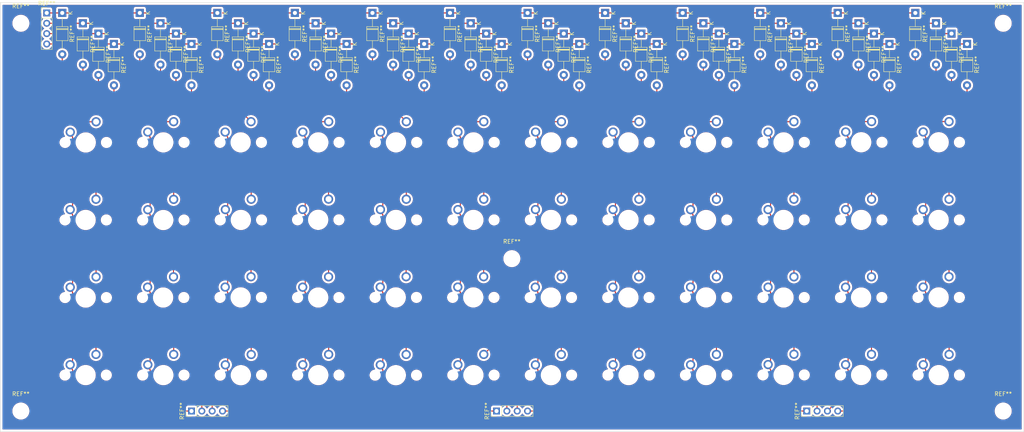
<source format=kicad_pcb>
(kicad_pcb (version 20171130) (host pcbnew "(5.1.6)-1")
  (layers (0 F.Cu signal) (31 B.Cu signal) (34 B.Paste user) (35 F.Paste user) (36 B.SilkS user) (37 F.SilkS user) (38 B.Mask user) (39 F.Mask user) (44 Edge.Cuts user))
  (net 0 "")
  (module MX_Only:MXOnly-1U-NoLED (layer F.Cu) (at 137.805569 106.704989)
    (fp_text reference REF**)
    (fp_text value 1U)
    (pad "" np_thru_hole circle (at 5.08 0 48.0996) (size 1.75 1.75) (drill 1.75) (layers *.Cu *.Mask))
    (pad "" np_thru_hole circle (at -5.08 0 48.0996) (size 1.75 1.75) (drill 1.75) (layers *.Cu *.Mask))
    (pad 1 thru_hole circle (at -3.81 -2.54) (size 2.25 2.25) (drill 1.47) (layers *.Cu B.Mask))
    (pad "" np_thru_hole circle (at 0 0) (size 3.9878 3.9878) (drill 3.9878) (layers *.Cu *.Mask))
    (pad 2 thru_hole circle (at 2.54 -5.08) (size 2.25 2.25) (drill 1.47) (layers *.Cu B.Mask))
  )
  (module MountingHole:MountingHole_3.2mm_M3 (layer F.Cu) (at 147.273644 97.187381)
    (fp_text reference REF** (at 0 -4.2) (layer F.SilkS))
    (fp_text value MountingHole_3.2mm_M3)
    (pad 1 np_thru_hole circle (at 0 0) (size 3.2 3.2) (drill 3.2) (layers *.Cu *.Mask))
  )
  (module MountingHole:MountingHole_3.2mm_M3 (layer F.Cu) (at 267.97 39.37)
    (fp_text reference REF** (at 0 -4.2) (layer F.SilkS))
    (fp_text value MountingHole_3.2mm_M3)
    (pad 1 np_thru_hole circle (at 0 0) (size 3.2 3.2) (drill 3.2) (layers *.Cu *.Mask))
  )
  (module MountingHole:MountingHole_3.2mm_M3 (layer F.Cu) (at 26.67 39.37)
    (fp_text reference REF** (at 0 -4.2) (layer F.SilkS))
    (fp_text value MountingHole_3.2mm_M3)
    (pad 1 np_thru_hole circle (at 0 0) (size 3.2 3.2) (drill 3.2) (layers *.Cu *.Mask))
  )
  (module MountingHole:MountingHole_3.2mm_M3 (layer F.Cu) (at 26.67 134.62)
    (fp_text reference REF** (at 0 -4.2) (layer F.SilkS))
    (fp_text value MountingHole_3.2mm_M3)
    (pad 1 np_thru_hole circle (at 0 0) (size 3.2 3.2) (drill 3.2) (layers *.Cu *.Mask))
  )
  (module MountingHole:MountingHole_3.2mm_M3 (layer F.Cu) (at 267.97 134.62)
    (fp_text reference REF** (at 0 -4.2) (layer F.SilkS))
    (fp_text value MountingHole_3.2mm_M3)
    (pad 1 np_thru_hole circle (at 0 0) (size 3.2 3.2) (drill 3.2) (layers *.Cu *.Mask))
  )
  (module Connector_PinHeader_2.54mm:PinHeader_1x04_P2.54mm_Vertical (layer F.Cu) (at 219.71 134.62 90)
    (fp_text reference REF** (at 0 -2.33 90) (layer F.SilkS))
    (fp_text value PinHeader_1x04_P2.54mm_Vertical)
    (pad 4 thru_hole oval (at 0 7.62 90) (size 1.7 1.7) (drill 1) (layers *.Cu *.Mask))
    (pad 3 thru_hole oval (at 0 5.08 90) (size 1.7 1.7) (drill 1) (layers *.Cu *.Mask))
    (pad 2 thru_hole oval (at 0 2.54 90) (size 1.7 1.7) (drill 1) (layers *.Cu *.Mask))
    (pad 1 thru_hole rect (at 0 0 90) (size 1.7 1.7) (drill 1) (layers *.Cu *.Mask))
  )
  (module Connector_PinHeader_2.54mm:PinHeader_1x04_P2.54mm_Vertical (layer F.Cu) (at 143.51 134.62 90)
    (fp_text reference REF** (at 0 -2.33 90) (layer F.SilkS))
    (fp_text value PinHeader_1x04_P2.54mm_Vertical)
    (pad 4 thru_hole oval (at 0 7.62 90) (size 1.7 1.7) (drill 1) (layers *.Cu *.Mask))
    (pad 3 thru_hole oval (at 0 5.08 90) (size 1.7 1.7) (drill 1) (layers *.Cu *.Mask))
    (pad 2 thru_hole oval (at 0 2.54 90) (size 1.7 1.7) (drill 1) (layers *.Cu *.Mask))
    (pad 1 thru_hole rect (at 0 0 90) (size 1.7 1.7) (drill 1) (layers *.Cu *.Mask))
  )
  (module Connector_PinHeader_2.54mm:PinHeader_1x04_P2.54mm_Vertical (layer F.Cu) (at 68.58 134.62 90)
    (fp_text reference REF** (at 0 -2.33 90) (layer F.SilkS))
    (fp_text value PinHeader_1x04_P2.54mm_Vertical)
    (pad 4 thru_hole oval (at 0 7.62 90) (size 1.7 1.7) (drill 1) (layers *.Cu *.Mask))
    (pad 3 thru_hole oval (at 0 5.08 90) (size 1.7 1.7) (drill 1) (layers *.Cu *.Mask))
    (pad 2 thru_hole oval (at 0 2.54 90) (size 1.7 1.7) (drill 1) (layers *.Cu *.Mask))
    (pad 1 thru_hole rect (at 0 0 90) (size 1.7 1.7) (drill 1) (layers *.Cu *.Mask))
  )
  (module Connector_PinHeader_2.54mm:PinHeader_1x04_P2.54mm_Vertical (layer F.Cu) (at 33.02 36.83)
    (fp_text reference REF** (at 0 -2.33) (layer F.SilkS))
    (fp_text value PinHeader_1x04_P2.54mm_Vertical)
    (pad 4 thru_hole oval (at 0 7.62) (size 1.7 1.7) (drill 1) (layers *.Cu *.Mask))
    (pad 3 thru_hole oval (at 0 5.08) (size 1.7 1.7) (drill 1) (layers *.Cu *.Mask))
    (pad 2 thru_hole oval (at 0 2.54) (size 1.7 1.7) (drill 1) (layers *.Cu *.Mask))
    (pad 1 thru_hole rect (at 0 0) (size 1.7 1.7) (drill 1) (layers *.Cu *.Mask))
  )
  (module Diode_THT:D_T-1_P10.16mm_Horizontal (layer F.Cu) (at 251.46 39.37 270)
    (fp_text reference REF** (at 5.08 -2.42 90) (layer F.SilkS))
    (fp_text value D_T-1_P10.16mm_Horizontal)
    (fp_text user K (at 0 -2 90) (layer F.SilkS))
    (pad 1 thru_hole rect (at 0 0 270) (size 2 2) (drill 1) (layers *.Cu *.Mask))
    (pad 2 thru_hole oval (at 10.16 0 270) (size 2 2) (drill 1) (layers *.Cu *.Mask))
  )
  (module Diode_THT:D_T-1_P10.16mm_Horizontal (layer F.Cu) (at 246.38 36.83 270)
    (fp_text reference REF** (at 5.08 -2.42 90) (layer F.SilkS))
    (fp_text value D_T-1_P10.16mm_Horizontal)
    (fp_text user K (at 0 -2 90) (layer F.SilkS))
    (pad 1 thru_hole rect (at 0 0 270) (size 2 2) (drill 1) (layers *.Cu *.Mask))
    (pad 2 thru_hole oval (at 10.16 0 270) (size 2 2) (drill 1) (layers *.Cu *.Mask))
  )
  (module Diode_THT:D_T-1_P10.16mm_Horizontal (layer F.Cu) (at 255.27 41.91 270)
    (fp_text reference REF** (at 5.08 -2.42 90) (layer F.SilkS))
    (fp_text value D_T-1_P10.16mm_Horizontal)
    (fp_text user K (at 0 -2 90) (layer F.SilkS))
    (pad 1 thru_hole rect (at 0 0 270) (size 2 2) (drill 1) (layers *.Cu *.Mask))
    (pad 2 thru_hole oval (at 10.16 0 270) (size 2 2) (drill 1) (layers *.Cu *.Mask))
  )
  (module Diode_THT:D_T-1_P10.16mm_Horizontal (layer F.Cu) (at 259.08 44.45 270)
    (fp_text reference REF** (at 5.08 -2.42 90) (layer F.SilkS))
    (fp_text value D_T-1_P10.16mm_Horizontal)
    (fp_text user K (at 0 -2 90) (layer F.SilkS))
    (pad 1 thru_hole rect (at 0 0 270) (size 2 2) (drill 1) (layers *.Cu *.Mask))
    (pad 2 thru_hole oval (at 10.16 0 270) (size 2 2) (drill 1) (layers *.Cu *.Mask))
  )
  (module Diode_THT:D_T-1_P10.16mm_Horizontal (layer F.Cu) (at 232.41 39.37 270)
    (fp_text reference REF** (at 5.08 -2.42 90) (layer F.SilkS))
    (fp_text value D_T-1_P10.16mm_Horizontal)
    (fp_text user K (at 0 -2 90) (layer F.SilkS))
    (pad 1 thru_hole rect (at 0 0 270) (size 2 2) (drill 1) (layers *.Cu *.Mask))
    (pad 2 thru_hole oval (at 10.16 0 270) (size 2 2) (drill 1) (layers *.Cu *.Mask))
  )
  (module Diode_THT:D_T-1_P10.16mm_Horizontal (layer F.Cu) (at 227.33 36.83 270)
    (fp_text reference REF** (at 5.08 -2.42 90) (layer F.SilkS))
    (fp_text value D_T-1_P10.16mm_Horizontal)
    (fp_text user K (at 0 -2 90) (layer F.SilkS))
    (pad 1 thru_hole rect (at 0 0 270) (size 2 2) (drill 1) (layers *.Cu *.Mask))
    (pad 2 thru_hole oval (at 10.16 0 270) (size 2 2) (drill 1) (layers *.Cu *.Mask))
  )
  (module Diode_THT:D_T-1_P10.16mm_Horizontal (layer F.Cu) (at 236.22 41.91 270)
    (fp_text reference REF** (at 5.08 -2.42 90) (layer F.SilkS))
    (fp_text value D_T-1_P10.16mm_Horizontal)
    (fp_text user K (at 0 -2 90) (layer F.SilkS))
    (pad 1 thru_hole rect (at 0 0 270) (size 2 2) (drill 1) (layers *.Cu *.Mask))
    (pad 2 thru_hole oval (at 10.16 0 270) (size 2 2) (drill 1) (layers *.Cu *.Mask))
  )
  (module Diode_THT:D_T-1_P10.16mm_Horizontal (layer F.Cu) (at 240.03 44.45 270)
    (fp_text reference REF** (at 5.08 -2.42 90) (layer F.SilkS))
    (fp_text value D_T-1_P10.16mm_Horizontal)
    (fp_text user K (at 0 -2 90) (layer F.SilkS))
    (pad 1 thru_hole rect (at 0 0 270) (size 2 2) (drill 1) (layers *.Cu *.Mask))
    (pad 2 thru_hole oval (at 10.16 0 270) (size 2 2) (drill 1) (layers *.Cu *.Mask))
  )
  (module Diode_THT:D_T-1_P10.16mm_Horizontal (layer F.Cu) (at 213.36 39.37 270)
    (fp_text reference REF** (at 5.08 -2.42 90) (layer F.SilkS))
    (fp_text value D_T-1_P10.16mm_Horizontal)
    (fp_text user K (at 0 -2 90) (layer F.SilkS))
    (pad 1 thru_hole rect (at 0 0 270) (size 2 2) (drill 1) (layers *.Cu *.Mask))
    (pad 2 thru_hole oval (at 10.16 0 270) (size 2 2) (drill 1) (layers *.Cu *.Mask))
  )
  (module Diode_THT:D_T-1_P10.16mm_Horizontal (layer F.Cu) (at 208.28 36.83 270)
    (fp_text reference REF** (at 5.08 -2.42 90) (layer F.SilkS))
    (fp_text value D_T-1_P10.16mm_Horizontal)
    (fp_text user K (at 0 -2 90) (layer F.SilkS))
    (pad 1 thru_hole rect (at 0 0 270) (size 2 2) (drill 1) (layers *.Cu *.Mask))
    (pad 2 thru_hole oval (at 10.16 0 270) (size 2 2) (drill 1) (layers *.Cu *.Mask))
  )
  (module Diode_THT:D_T-1_P10.16mm_Horizontal (layer F.Cu) (at 217.17 41.91 270)
    (fp_text reference REF** (at 5.08 -2.42 90) (layer F.SilkS))
    (fp_text value D_T-1_P10.16mm_Horizontal)
    (fp_text user K (at 0 -2 90) (layer F.SilkS))
    (pad 1 thru_hole rect (at 0 0 270) (size 2 2) (drill 1) (layers *.Cu *.Mask))
    (pad 2 thru_hole oval (at 10.16 0 270) (size 2 2) (drill 1) (layers *.Cu *.Mask))
  )
  (module Diode_THT:D_T-1_P10.16mm_Horizontal (layer F.Cu) (at 220.98 44.45 270)
    (fp_text reference REF** (at 5.08 -2.42 90) (layer F.SilkS))
    (fp_text value D_T-1_P10.16mm_Horizontal)
    (fp_text user K (at 0 -2 90) (layer F.SilkS))
    (pad 1 thru_hole rect (at 0 0 270) (size 2 2) (drill 1) (layers *.Cu *.Mask))
    (pad 2 thru_hole oval (at 10.16 0 270) (size 2 2) (drill 1) (layers *.Cu *.Mask))
  )
  (module Diode_THT:D_T-1_P10.16mm_Horizontal (layer F.Cu) (at 194.31 39.37 270)
    (fp_text reference REF** (at 5.08 -2.42 90) (layer F.SilkS))
    (fp_text value D_T-1_P10.16mm_Horizontal)
    (fp_text user K (at 0 -2 90) (layer F.SilkS))
    (pad 1 thru_hole rect (at 0 0 270) (size 2 2) (drill 1) (layers *.Cu *.Mask))
    (pad 2 thru_hole oval (at 10.16 0 270) (size 2 2) (drill 1) (layers *.Cu *.Mask))
  )
  (module Diode_THT:D_T-1_P10.16mm_Horizontal (layer F.Cu) (at 189.23 36.83 270)
    (fp_text reference REF** (at 5.08 -2.42 90) (layer F.SilkS))
    (fp_text value D_T-1_P10.16mm_Horizontal)
    (fp_text user K (at 0 -2 90) (layer F.SilkS))
    (pad 1 thru_hole rect (at 0 0 270) (size 2 2) (drill 1) (layers *.Cu *.Mask))
    (pad 2 thru_hole oval (at 10.16 0 270) (size 2 2) (drill 1) (layers *.Cu *.Mask))
  )
  (module Diode_THT:D_T-1_P10.16mm_Horizontal (layer F.Cu) (at 198.12 41.91 270)
    (fp_text reference REF** (at 5.08 -2.42 90) (layer F.SilkS))
    (fp_text value D_T-1_P10.16mm_Horizontal)
    (fp_text user K (at 0 -2 90) (layer F.SilkS))
    (pad 1 thru_hole rect (at 0 0 270) (size 2 2) (drill 1) (layers *.Cu *.Mask))
    (pad 2 thru_hole oval (at 10.16 0 270) (size 2 2) (drill 1) (layers *.Cu *.Mask))
  )
  (module Diode_THT:D_T-1_P10.16mm_Horizontal (layer F.Cu) (at 201.93 44.45 270)
    (fp_text reference REF** (at 5.08 -2.42 90) (layer F.SilkS))
    (fp_text value D_T-1_P10.16mm_Horizontal)
    (fp_text user K (at 0 -2 90) (layer F.SilkS))
    (pad 1 thru_hole rect (at 0 0 270) (size 2 2) (drill 1) (layers *.Cu *.Mask))
    (pad 2 thru_hole oval (at 10.16 0 270) (size 2 2) (drill 1) (layers *.Cu *.Mask))
  )
  (module Diode_THT:D_T-1_P10.16mm_Horizontal (layer F.Cu) (at 175.26 39.37 270)
    (fp_text reference REF** (at 5.08 -2.42 90) (layer F.SilkS))
    (fp_text value D_T-1_P10.16mm_Horizontal)
    (fp_text user K (at 0 -2 90) (layer F.SilkS))
    (pad 1 thru_hole rect (at 0 0 270) (size 2 2) (drill 1) (layers *.Cu *.Mask))
    (pad 2 thru_hole oval (at 10.16 0 270) (size 2 2) (drill 1) (layers *.Cu *.Mask))
  )
  (module Diode_THT:D_T-1_P10.16mm_Horizontal (layer F.Cu) (at 170.18 36.83 270)
    (fp_text reference REF** (at 5.08 -2.42 90) (layer F.SilkS))
    (fp_text value D_T-1_P10.16mm_Horizontal)
    (fp_text user K (at 0 -2 90) (layer F.SilkS))
    (pad 1 thru_hole rect (at 0 0 270) (size 2 2) (drill 1) (layers *.Cu *.Mask))
    (pad 2 thru_hole oval (at 10.16 0 270) (size 2 2) (drill 1) (layers *.Cu *.Mask))
  )
  (module Diode_THT:D_T-1_P10.16mm_Horizontal (layer F.Cu) (at 179.07 41.91 270)
    (fp_text reference REF** (at 5.08 -2.42 90) (layer F.SilkS))
    (fp_text value D_T-1_P10.16mm_Horizontal)
    (fp_text user K (at 0 -2 90) (layer F.SilkS))
    (pad 1 thru_hole rect (at 0 0 270) (size 2 2) (drill 1) (layers *.Cu *.Mask))
    (pad 2 thru_hole oval (at 10.16 0 270) (size 2 2) (drill 1) (layers *.Cu *.Mask))
  )
  (module Diode_THT:D_T-1_P10.16mm_Horizontal (layer F.Cu) (at 182.88 44.45 270)
    (fp_text reference REF** (at 5.08 -2.42 90) (layer F.SilkS))
    (fp_text value D_T-1_P10.16mm_Horizontal)
    (fp_text user K (at 0 -2 90) (layer F.SilkS))
    (pad 1 thru_hole rect (at 0 0 270) (size 2 2) (drill 1) (layers *.Cu *.Mask))
    (pad 2 thru_hole oval (at 10.16 0 270) (size 2 2) (drill 1) (layers *.Cu *.Mask))
  )
  (module Diode_THT:D_T-1_P10.16mm_Horizontal (layer F.Cu) (at 156.21 39.37 270)
    (fp_text reference REF** (at 5.08 -2.42 90) (layer F.SilkS))
    (fp_text value D_T-1_P10.16mm_Horizontal)
    (fp_text user K (at 0 -2 90) (layer F.SilkS))
    (pad 1 thru_hole rect (at 0 0 270) (size 2 2) (drill 1) (layers *.Cu *.Mask))
    (pad 2 thru_hole oval (at 10.16 0 270) (size 2 2) (drill 1) (layers *.Cu *.Mask))
  )
  (module Diode_THT:D_T-1_P10.16mm_Horizontal (layer F.Cu) (at 151.13 36.83 270)
    (fp_text reference REF** (at 5.08 -2.42 90) (layer F.SilkS))
    (fp_text value D_T-1_P10.16mm_Horizontal)
    (fp_text user K (at 0 -2 90) (layer F.SilkS))
    (pad 1 thru_hole rect (at 0 0 270) (size 2 2) (drill 1) (layers *.Cu *.Mask))
    (pad 2 thru_hole oval (at 10.16 0 270) (size 2 2) (drill 1) (layers *.Cu *.Mask))
  )
  (module Diode_THT:D_T-1_P10.16mm_Horizontal (layer F.Cu) (at 160.02 41.91 270)
    (fp_text reference REF** (at 5.08 -2.42 90) (layer F.SilkS))
    (fp_text value D_T-1_P10.16mm_Horizontal)
    (fp_text user K (at 0 -2 90) (layer F.SilkS))
    (pad 1 thru_hole rect (at 0 0 270) (size 2 2) (drill 1) (layers *.Cu *.Mask))
    (pad 2 thru_hole oval (at 10.16 0 270) (size 2 2) (drill 1) (layers *.Cu *.Mask))
  )
  (module Diode_THT:D_T-1_P10.16mm_Horizontal (layer F.Cu) (at 163.83 44.45 270)
    (fp_text reference REF** (at 5.08 -2.42 90) (layer F.SilkS))
    (fp_text value D_T-1_P10.16mm_Horizontal)
    (fp_text user K (at 0 -2 90) (layer F.SilkS))
    (pad 1 thru_hole rect (at 0 0 270) (size 2 2) (drill 1) (layers *.Cu *.Mask))
    (pad 2 thru_hole oval (at 10.16 0 270) (size 2 2) (drill 1) (layers *.Cu *.Mask))
  )
  (module Diode_THT:D_T-1_P10.16mm_Horizontal (layer F.Cu) (at 137.16 39.37 270)
    (fp_text reference REF** (at 5.08 -2.42 90) (layer F.SilkS))
    (fp_text value D_T-1_P10.16mm_Horizontal)
    (fp_text user K (at 0 -2 90) (layer F.SilkS))
    (pad 1 thru_hole rect (at 0 0 270) (size 2 2) (drill 1) (layers *.Cu *.Mask))
    (pad 2 thru_hole oval (at 10.16 0 270) (size 2 2) (drill 1) (layers *.Cu *.Mask))
  )
  (module Diode_THT:D_T-1_P10.16mm_Horizontal (layer F.Cu) (at 132.08 36.83 270)
    (fp_text reference REF** (at 5.08 -2.42 90) (layer F.SilkS))
    (fp_text value D_T-1_P10.16mm_Horizontal)
    (fp_text user K (at 0 -2 90) (layer F.SilkS))
    (pad 1 thru_hole rect (at 0 0 270) (size 2 2) (drill 1) (layers *.Cu *.Mask))
    (pad 2 thru_hole oval (at 10.16 0 270) (size 2 2) (drill 1) (layers *.Cu *.Mask))
  )
  (module Diode_THT:D_T-1_P10.16mm_Horizontal (layer F.Cu) (at 140.97 41.91 270)
    (fp_text reference REF** (at 5.08 -2.42 90) (layer F.SilkS))
    (fp_text value D_T-1_P10.16mm_Horizontal)
    (fp_text user K (at 0 -2 90) (layer F.SilkS))
    (pad 1 thru_hole rect (at 0 0 270) (size 2 2) (drill 1) (layers *.Cu *.Mask))
    (pad 2 thru_hole oval (at 10.16 0 270) (size 2 2) (drill 1) (layers *.Cu *.Mask))
  )
  (module Diode_THT:D_T-1_P10.16mm_Horizontal (layer F.Cu) (at 144.78 44.45 270)
    (fp_text reference REF** (at 5.08 -2.42 90) (layer F.SilkS))
    (fp_text value D_T-1_P10.16mm_Horizontal)
    (fp_text user K (at 0 -2 90) (layer F.SilkS))
    (pad 1 thru_hole rect (at 0 0 270) (size 2 2) (drill 1) (layers *.Cu *.Mask))
    (pad 2 thru_hole oval (at 10.16 0 270) (size 2 2) (drill 1) (layers *.Cu *.Mask))
  )
  (module Diode_THT:D_T-1_P10.16mm_Horizontal (layer F.Cu) (at 118.11 39.37 270)
    (fp_text reference REF** (at 5.08 -2.42 90) (layer F.SilkS))
    (fp_text value D_T-1_P10.16mm_Horizontal)
    (fp_text user K (at 0 -2 90) (layer F.SilkS))
    (pad 1 thru_hole rect (at 0 0 270) (size 2 2) (drill 1) (layers *.Cu *.Mask))
    (pad 2 thru_hole oval (at 10.16 0 270) (size 2 2) (drill 1) (layers *.Cu *.Mask))
  )
  (module Diode_THT:D_T-1_P10.16mm_Horizontal (layer F.Cu) (at 113.03 36.83 270)
    (fp_text reference REF** (at 5.08 -2.42 90) (layer F.SilkS))
    (fp_text value D_T-1_P10.16mm_Horizontal)
    (fp_text user K (at 0 -2 90) (layer F.SilkS))
    (pad 1 thru_hole rect (at 0 0 270) (size 2 2) (drill 1) (layers *.Cu *.Mask))
    (pad 2 thru_hole oval (at 10.16 0 270) (size 2 2) (drill 1) (layers *.Cu *.Mask))
  )
  (module Diode_THT:D_T-1_P10.16mm_Horizontal (layer F.Cu) (at 121.92 41.91 270)
    (fp_text reference REF** (at 5.08 -2.42 90) (layer F.SilkS))
    (fp_text value D_T-1_P10.16mm_Horizontal)
    (fp_text user K (at 0 -2 90) (layer F.SilkS))
    (pad 1 thru_hole rect (at 0 0 270) (size 2 2) (drill 1) (layers *.Cu *.Mask))
    (pad 2 thru_hole oval (at 10.16 0 270) (size 2 2) (drill 1) (layers *.Cu *.Mask))
  )
  (module Diode_THT:D_T-1_P10.16mm_Horizontal (layer F.Cu) (at 125.73 44.45 270)
    (fp_text reference REF** (at 5.08 -2.42 90) (layer F.SilkS))
    (fp_text value D_T-1_P10.16mm_Horizontal)
    (fp_text user K (at 0 -2 90) (layer F.SilkS))
    (pad 1 thru_hole rect (at 0 0 270) (size 2 2) (drill 1) (layers *.Cu *.Mask))
    (pad 2 thru_hole oval (at 10.16 0 270) (size 2 2) (drill 1) (layers *.Cu *.Mask))
  )
  (module Diode_THT:D_T-1_P10.16mm_Horizontal (layer F.Cu) (at 99.06 39.37 270)
    (fp_text reference REF** (at 5.08 -2.42 90) (layer F.SilkS))
    (fp_text value D_T-1_P10.16mm_Horizontal)
    (fp_text user K (at 0 -2 90) (layer F.SilkS))
    (pad 1 thru_hole rect (at 0 0 270) (size 2 2) (drill 1) (layers *.Cu *.Mask))
    (pad 2 thru_hole oval (at 10.16 0 270) (size 2 2) (drill 1) (layers *.Cu *.Mask))
  )
  (module Diode_THT:D_T-1_P10.16mm_Horizontal (layer F.Cu) (at 93.98 36.83 270)
    (fp_text reference REF** (at 5.08 -2.42 90) (layer F.SilkS))
    (fp_text value D_T-1_P10.16mm_Horizontal)
    (fp_text user K (at 0 -2 90) (layer F.SilkS))
    (pad 1 thru_hole rect (at 0 0 270) (size 2 2) (drill 1) (layers *.Cu *.Mask))
    (pad 2 thru_hole oval (at 10.16 0 270) (size 2 2) (drill 1) (layers *.Cu *.Mask))
  )
  (module Diode_THT:D_T-1_P10.16mm_Horizontal (layer F.Cu) (at 102.87 41.91 270)
    (fp_text reference REF** (at 5.08 -2.42 90) (layer F.SilkS))
    (fp_text value D_T-1_P10.16mm_Horizontal)
    (fp_text user K (at 0 -2 90) (layer F.SilkS))
    (pad 1 thru_hole rect (at 0 0 270) (size 2 2) (drill 1) (layers *.Cu *.Mask))
    (pad 2 thru_hole oval (at 10.16 0 270) (size 2 2) (drill 1) (layers *.Cu *.Mask))
  )
  (module Diode_THT:D_T-1_P10.16mm_Horizontal (layer F.Cu) (at 106.68 44.45 270)
    (fp_text reference REF** (at 5.08 -2.42 90) (layer F.SilkS))
    (fp_text value D_T-1_P10.16mm_Horizontal)
    (fp_text user K (at 0 -2 90) (layer F.SilkS))
    (pad 1 thru_hole rect (at 0 0 270) (size 2 2) (drill 1) (layers *.Cu *.Mask))
    (pad 2 thru_hole oval (at 10.16 0 270) (size 2 2) (drill 1) (layers *.Cu *.Mask))
  )
  (module Diode_THT:D_T-1_P10.16mm_Horizontal (layer F.Cu) (at 80.01 39.37 270)
    (fp_text reference REF** (at 5.08 -2.42 90) (layer F.SilkS))
    (fp_text value D_T-1_P10.16mm_Horizontal)
    (fp_text user K (at 0 -2 90) (layer F.SilkS))
    (pad 1 thru_hole rect (at 0 0 270) (size 2 2) (drill 1) (layers *.Cu *.Mask))
    (pad 2 thru_hole oval (at 10.16 0 270) (size 2 2) (drill 1) (layers *.Cu *.Mask))
  )
  (module Diode_THT:D_T-1_P10.16mm_Horizontal (layer F.Cu) (at 74.93 36.83 270)
    (fp_text reference REF** (at 5.08 -2.42 90) (layer F.SilkS))
    (fp_text value D_T-1_P10.16mm_Horizontal)
    (fp_text user K (at 0 -2 90) (layer F.SilkS))
    (pad 1 thru_hole rect (at 0 0 270) (size 2 2) (drill 1) (layers *.Cu *.Mask))
    (pad 2 thru_hole oval (at 10.16 0 270) (size 2 2) (drill 1) (layers *.Cu *.Mask))
  )
  (module Diode_THT:D_T-1_P10.16mm_Horizontal (layer F.Cu) (at 83.82 41.91 270)
    (fp_text reference REF** (at 5.08 -2.42 90) (layer F.SilkS))
    (fp_text value D_T-1_P10.16mm_Horizontal)
    (fp_text user K (at 0 -2 90) (layer F.SilkS))
    (pad 1 thru_hole rect (at 0 0 270) (size 2 2) (drill 1) (layers *.Cu *.Mask))
    (pad 2 thru_hole oval (at 10.16 0 270) (size 2 2) (drill 1) (layers *.Cu *.Mask))
  )
  (module Diode_THT:D_T-1_P10.16mm_Horizontal (layer F.Cu) (at 87.63 44.45 270)
    (fp_text reference REF** (at 5.08 -2.42 90) (layer F.SilkS))
    (fp_text value D_T-1_P10.16mm_Horizontal)
    (fp_text user K (at 0 -2 90) (layer F.SilkS))
    (pad 1 thru_hole rect (at 0 0 270) (size 2 2) (drill 1) (layers *.Cu *.Mask))
    (pad 2 thru_hole oval (at 10.16 0 270) (size 2 2) (drill 1) (layers *.Cu *.Mask))
  )
  (module Diode_THT:D_T-1_P10.16mm_Horizontal (layer F.Cu) (at 60.96 39.37 270)
    (fp_text reference REF** (at 5.08 -2.42 90) (layer F.SilkS))
    (fp_text value D_T-1_P10.16mm_Horizontal)
    (fp_text user K (at 0 -2 90) (layer F.SilkS))
    (pad 1 thru_hole rect (at 0 0 270) (size 2 2) (drill 1) (layers *.Cu *.Mask))
    (pad 2 thru_hole oval (at 10.16 0 270) (size 2 2) (drill 1) (layers *.Cu *.Mask))
  )
  (module Diode_THT:D_T-1_P10.16mm_Horizontal (layer F.Cu) (at 55.88 36.83 270)
    (fp_text reference REF** (at 5.08 -2.42 90) (layer F.SilkS))
    (fp_text value D_T-1_P10.16mm_Horizontal)
    (fp_text user K (at 0 -2 90) (layer F.SilkS))
    (pad 1 thru_hole rect (at 0 0 270) (size 2 2) (drill 1) (layers *.Cu *.Mask))
    (pad 2 thru_hole oval (at 10.16 0 270) (size 2 2) (drill 1) (layers *.Cu *.Mask))
  )
  (module Diode_THT:D_T-1_P10.16mm_Horizontal (layer F.Cu) (at 64.77 41.91 270)
    (fp_text reference REF** (at 5.08 -2.42 90) (layer F.SilkS))
    (fp_text value D_T-1_P10.16mm_Horizontal)
    (fp_text user K (at 0 -2 90) (layer F.SilkS))
    (pad 1 thru_hole rect (at 0 0 270) (size 2 2) (drill 1) (layers *.Cu *.Mask))
    (pad 2 thru_hole oval (at 10.16 0 270) (size 2 2) (drill 1) (layers *.Cu *.Mask))
  )
  (module Diode_THT:D_T-1_P10.16mm_Horizontal (layer F.Cu) (at 68.58 44.45 270)
    (fp_text reference REF** (at 5.08 -2.42 90) (layer F.SilkS))
    (fp_text value D_T-1_P10.16mm_Horizontal)
    (fp_text user K (at 0 -2 90) (layer F.SilkS))
    (pad 1 thru_hole rect (at 0 0 270) (size 2 2) (drill 1) (layers *.Cu *.Mask))
    (pad 2 thru_hole oval (at 10.16 0 270) (size 2 2) (drill 1) (layers *.Cu *.Mask))
  )
  (module Diode_THT:D_T-1_P10.16mm_Horizontal (layer F.Cu) (at 49.53 44.45 270)
    (fp_text reference REF** (at 5.08 -2.42 90) (layer F.SilkS))
    (fp_text value D_T-1_P10.16mm_Horizontal)
    (fp_text user K (at 0 -2 90) (layer F.SilkS))
    (pad 2 thru_hole oval (at 10.16 0 270) (size 2 2) (drill 1) (layers *.Cu *.Mask))
    (pad 1 thru_hole rect (at 0 0 270) (size 2 2) (drill 1) (layers *.Cu *.Mask))
  )
  (module Diode_THT:D_T-1_P10.16mm_Horizontal (layer F.Cu) (at 45.72 41.91 270)
    (fp_text reference REF** (at 5.08 -2.42 90) (layer F.SilkS))
    (fp_text value D_T-1_P10.16mm_Horizontal)
    (fp_text user K (at 0 -2 90) (layer F.SilkS))
    (pad 2 thru_hole oval (at 10.16 0 270) (size 2 2) (drill 1) (layers *.Cu *.Mask))
    (pad 1 thru_hole rect (at 0 0 270) (size 2 2) (drill 1) (layers *.Cu *.Mask))
  )
  (module Diode_THT:D_T-1_P10.16mm_Horizontal (layer F.Cu) (at 41.91 39.37 270)
    (fp_text reference REF** (at 5.08 -2.42 90) (layer F.SilkS))
    (fp_text value D_T-1_P10.16mm_Horizontal)
    (fp_text user K (at 0 -2 90) (layer F.SilkS))
    (pad 2 thru_hole oval (at 10.16 0 270) (size 2 2) (drill 1) (layers *.Cu *.Mask))
    (pad 1 thru_hole rect (at 0 0 270) (size 2 2) (drill 1) (layers *.Cu *.Mask))
  )
  (module Diode_THT:D_T-1_P10.16mm_Horizontal (layer F.Cu) (at 36.83 36.83 270)
    (fp_text reference REF** (at 5.08 -2.42 90) (layer F.SilkS))
    (fp_text value D_T-1_P10.16mm_Horizontal)
    (fp_text user K (at 0 -2 90) (layer F.SilkS))
    (pad 2 thru_hole oval (at 10.16 0 270) (size 2 2) (drill 1) (layers *.Cu *.Mask))
    (pad 1 thru_hole rect (at 0 0 270) (size 2 2) (drill 1) (layers *.Cu *.Mask))
  )
  (module MX_Only:MXOnly-1U-NoLED (layer F.Cu) (at 118.812004 68.620058)
    (fp_text reference REF**)
    (fp_text value 1U)
    (pad "" np_thru_hole circle (at 5.08 0 48.0996) (size 1.75 1.75) (drill 1.75) (layers *.Cu *.Mask))
    (pad "" np_thru_hole circle (at -5.08 0 48.0996) (size 1.75 1.75) (drill 1.75) (layers *.Cu *.Mask))
    (pad 1 thru_hole circle (at -3.81 -2.54) (size 2.25 2.25) (drill 1.47) (layers *.Cu B.Mask))
    (pad "" np_thru_hole circle (at 0 0) (size 3.9878 3.9878) (drill 3.9878) (layers *.Cu *.Mask))
    (pad 2 thru_hole circle (at 2.54 -5.08) (size 2.25 2.25) (drill 1.47) (layers *.Cu B.Mask))
  )
  (module MX_Only:MXOnly-1U-NoLED (layer F.Cu) (at 175.900368 106.732755)
    (fp_text reference REF**)
    (fp_text value 1U)
    (pad "" np_thru_hole circle (at 5.08 0 48.0996) (size 1.75 1.75) (drill 1.75) (layers *.Cu *.Mask))
    (pad "" np_thru_hole circle (at -5.08 0 48.0996) (size 1.75 1.75) (drill 1.75) (layers *.Cu *.Mask))
    (pad 1 thru_hole circle (at -3.81 -2.54) (size 2.25 2.25) (drill 1.47) (layers *.Cu B.Mask))
    (pad "" np_thru_hole circle (at 0 0) (size 3.9878 3.9878) (drill 3.9878) (layers *.Cu *.Mask))
    (pad 2 thru_hole circle (at 2.54 -5.08) (size 2.25 2.25) (drill 1.47) (layers *.Cu B.Mask))
  )
  (module MX_Only:MXOnly-1U-NoLED (layer F.Cu) (at 194.975533 106.704989)
    (fp_text reference REF**)
    (fp_text value 1U)
    (pad "" np_thru_hole circle (at 5.08 0 48.0996) (size 1.75 1.75) (drill 1.75) (layers *.Cu *.Mask))
    (pad "" np_thru_hole circle (at -5.08 0 48.0996) (size 1.75 1.75) (drill 1.75) (layers *.Cu *.Mask))
    (pad 1 thru_hole circle (at -3.81 -2.54) (size 2.25 2.25) (drill 1.47) (layers *.Cu B.Mask))
    (pad "" np_thru_hole circle (at 0 0) (size 3.9878 3.9878) (drill 3.9878) (layers *.Cu *.Mask))
    (pad 2 thru_hole circle (at 2.54 -5.08) (size 2.25 2.25) (drill 1.47) (layers *.Cu B.Mask))
  )
  (module MX_Only:MXOnly-1U-NoLED (layer F.Cu) (at 99.737245 68.620058)
    (fp_text reference REF**)
    (fp_text value 1U)
    (pad "" np_thru_hole circle (at 5.08 0 48.0996) (size 1.75 1.75) (drill 1.75) (layers *.Cu *.Mask))
    (pad "" np_thru_hole circle (at -5.08 0 48.0996) (size 1.75 1.75) (drill 1.75) (layers *.Cu *.Mask))
    (pad 1 thru_hole circle (at -3.81 -2.54) (size 2.25 2.25) (drill 1.47) (layers *.Cu B.Mask))
    (pad "" np_thru_hole circle (at 0 0) (size 3.9878 3.9878) (drill 3.9878) (layers *.Cu *.Mask))
    (pad 2 thru_hole circle (at 2.54 -5.08) (size 2.25 2.25) (drill 1.47) (layers *.Cu B.Mask))
  )
  (module MX_Only:MXOnly-1U-NoLED (layer F.Cu) (at 156.885487 87.669188)
    (fp_text reference REF**)
    (fp_text value 1U)
    (pad "" np_thru_hole circle (at 5.08 0 48.0996) (size 1.75 1.75) (drill 1.75) (layers *.Cu *.Mask))
    (pad "" np_thru_hole circle (at -5.08 0 48.0996) (size 1.75 1.75) (drill 1.75) (layers *.Cu *.Mask))
    (pad 1 thru_hole circle (at -3.81 -2.54) (size 2.25 2.25) (drill 1.47) (layers *.Cu B.Mask))
    (pad "" np_thru_hole circle (at 0 0) (size 3.9878 3.9878) (drill 3.9878) (layers *.Cu *.Mask))
    (pad 2 thru_hole circle (at 2.54 -5.08) (size 2.25 2.25) (drill 1.47) (layers *.Cu B.Mask))
  )
  (module MX_Only:MXOnly-1U-NoLED (layer F.Cu) (at 42.596337 106.749414)
    (fp_text reference REF**)
    (fp_text value 1U)
    (pad "" np_thru_hole circle (at 5.08 0 48.0996) (size 1.75 1.75) (drill 1.75) (layers *.Cu *.Mask))
    (pad "" np_thru_hole circle (at -5.08 0 48.0996) (size 1.75 1.75) (drill 1.75) (layers *.Cu *.Mask))
    (pad 1 thru_hole circle (at -3.81 -2.54) (size 2.25 2.25) (drill 1.47) (layers *.Cu B.Mask))
    (pad "" np_thru_hole circle (at 0 0) (size 3.9878 3.9878) (drill 3.9878) (layers *.Cu *.Mask))
    (pad 2 thru_hole circle (at 2.54 -5.08) (size 2.25 2.25) (drill 1.47) (layers *.Cu B.Mask))
  )
  (module MX_Only:MXOnly-1U-NoLED (layer F.Cu) (at 61.615971 106.732755)
    (fp_text reference REF**)
    (fp_text value 1U)
    (pad "" np_thru_hole circle (at 5.08 0 48.0996) (size 1.75 1.75) (drill 1.75) (layers *.Cu *.Mask))
    (pad "" np_thru_hole circle (at -5.08 0 48.0996) (size 1.75 1.75) (drill 1.75) (layers *.Cu *.Mask))
    (pad 1 thru_hole circle (at -3.81 -2.54) (size 2.25 2.25) (drill 1.47) (layers *.Cu B.Mask))
    (pad "" np_thru_hole circle (at 0 0) (size 3.9878 3.9878) (drill 3.9878) (layers *.Cu *.Mask))
    (pad 2 thru_hole circle (at 2.54 -5.08) (size 2.25 2.25) (drill 1.47) (layers *.Cu B.Mask))
  )
  (module MX_Only:MXOnly-1U-NoLED (layer F.Cu) (at 214.016145 87.669188)
    (fp_text reference REF**)
    (fp_text value 1U)
    (pad "" np_thru_hole circle (at 5.08 0 48.0996) (size 1.75 1.75) (drill 1.75) (layers *.Cu *.Mask))
    (pad "" np_thru_hole circle (at -5.08 0 48.0996) (size 1.75 1.75) (drill 1.75) (layers *.Cu *.Mask))
    (pad 1 thru_hole circle (at -3.81 -2.54) (size 2.25 2.25) (drill 1.47) (layers *.Cu B.Mask))
    (pad "" np_thru_hole circle (at 0 0) (size 3.9878 3.9878) (drill 3.9878) (layers *.Cu *.Mask))
    (pad 2 thru_hole circle (at 2.54 -5.08) (size 2.25 2.25) (drill 1.47) (layers *.Cu B.Mask))
  )
  (module MX_Only:MXOnly-1U-NoLED (layer F.Cu) (at 194.988196 87.692593)
    (fp_text reference REF**)
    (fp_text value 1U)
    (pad "" np_thru_hole circle (at 5.08 0 48.0996) (size 1.75 1.75) (drill 1.75) (layers *.Cu *.Mask))
    (pad "" np_thru_hole circle (at -5.08 0 48.0996) (size 1.75 1.75) (drill 1.75) (layers *.Cu *.Mask))
    (pad 1 thru_hole circle (at -3.81 -2.54) (size 2.25 2.25) (drill 1.47) (layers *.Cu B.Mask))
    (pad "" np_thru_hole circle (at 0 0) (size 3.9878 3.9878) (drill 3.9878) (layers *.Cu *.Mask))
    (pad 2 thru_hole circle (at 2.54 -5.08) (size 2.25 2.25) (drill 1.47) (layers *.Cu B.Mask))
  )
  (module MX_Only:MXOnly-1U-NoLED (layer F.Cu) (at 61.65914 87.699614)
    (fp_text reference REF**)
    (fp_text value 1U)
    (pad "" np_thru_hole circle (at 5.08 0 48.0996) (size 1.75 1.75) (drill 1.75) (layers *.Cu *.Mask))
    (pad "" np_thru_hole circle (at -5.08 0 48.0996) (size 1.75 1.75) (drill 1.75) (layers *.Cu *.Mask))
    (pad 1 thru_hole circle (at -3.81 -2.54) (size 2.25 2.25) (drill 1.47) (layers *.Cu B.Mask))
    (pad "" np_thru_hole circle (at 0 0) (size 3.9878 3.9878) (drill 3.9878) (layers *.Cu *.Mask))
    (pad 2 thru_hole circle (at 2.54 -5.08) (size 2.25 2.25) (drill 1.47) (layers *.Cu B.Mask))
  )
  (module MX_Only:MXOnly-1U-NoLED (layer F.Cu) (at 80.662486 68.620058)
    (fp_text reference REF**)
    (fp_text value 1U)
    (pad "" np_thru_hole circle (at 5.08 0 48.0996) (size 1.75 1.75) (drill 1.75) (layers *.Cu *.Mask))
    (pad "" np_thru_hole circle (at -5.08 0 48.0996) (size 1.75 1.75) (drill 1.75) (layers *.Cu *.Mask))
    (pad 1 thru_hole circle (at -3.81 -2.54) (size 2.25 2.25) (drill 1.47) (layers *.Cu B.Mask))
    (pad "" np_thru_hole circle (at 0 0) (size 3.9878 3.9878) (drill 3.9878) (layers *.Cu *.Mask))
    (pad 2 thru_hole circle (at 2.54 -5.08) (size 2.25 2.25) (drill 1.47) (layers *.Cu B.Mask))
  )
  (module MX_Only:MXOnly-1U-NoLED (layer F.Cu) (at 61.657941 68.620058)
    (fp_text reference REF**)
    (fp_text value 1U)
    (pad "" np_thru_hole circle (at 5.08 0 48.0996) (size 1.75 1.75) (drill 1.75) (layers *.Cu *.Mask))
    (pad "" np_thru_hole circle (at -5.08 0 48.0996) (size 1.75 1.75) (drill 1.75) (layers *.Cu *.Mask))
    (pad 1 thru_hole circle (at -3.81 -2.54) (size 2.25 2.25) (drill 1.47) (layers *.Cu B.Mask))
    (pad "" np_thru_hole circle (at 0 0) (size 3.9878 3.9878) (drill 3.9878) (layers *.Cu *.Mask))
    (pad 2 thru_hole circle (at 2.54 -5.08) (size 2.25 2.25) (drill 1.47) (layers *.Cu B.Mask))
  )
  (module MX_Only:MXOnly-1U-NoLED (layer F.Cu) (at 42.606586 68.643463)
    (fp_text reference REF**)
    (fp_text value 1U)
    (pad "" np_thru_hole circle (at 5.08 0 48.0996) (size 1.75 1.75) (drill 1.75) (layers *.Cu *.Mask))
    (pad "" np_thru_hole circle (at -5.08 0 48.0996) (size 1.75 1.75) (drill 1.75) (layers *.Cu *.Mask))
    (pad 1 thru_hole circle (at -3.81 -2.54) (size 2.25 2.25) (drill 1.47) (layers *.Cu B.Mask))
    (pad "" np_thru_hole circle (at 0 0) (size 3.9878 3.9878) (drill 3.9878) (layers *.Cu *.Mask))
    (pad 2 thru_hole circle (at 2.54 -5.08) (size 2.25 2.25) (drill 1.47) (layers *.Cu B.Mask))
  )
  (module MX_Only:MXOnly-1U-NoLED (layer F.Cu) (at 137.839954 68.620058)
    (fp_text reference REF**)
    (fp_text value 1U)
    (pad "" np_thru_hole circle (at 5.08 0 48.0996) (size 1.75 1.75) (drill 1.75) (layers *.Cu *.Mask))
    (pad "" np_thru_hole circle (at -5.08 0 48.0996) (size 1.75 1.75) (drill 1.75) (layers *.Cu *.Mask))
    (pad 1 thru_hole circle (at -3.81 -2.54) (size 2.25 2.25) (drill 1.47) (layers *.Cu B.Mask))
    (pad "" np_thru_hole circle (at 0 0) (size 3.9878 3.9878) (drill 3.9878) (layers *.Cu *.Mask))
    (pad 2 thru_hole circle (at 2.54 -5.08) (size 2.25 2.25) (drill 1.47) (layers *.Cu B.Mask))
  )
  (module MX_Only:MXOnly-1U-NoLED (layer F.Cu) (at 252.140002 125.790448)
    (fp_text reference REF**)
    (fp_text value 1U)
    (pad "" np_thru_hole circle (at 5.08 0 48.0996) (size 1.75 1.75) (drill 1.75) (layers *.Cu *.Mask))
    (pad "" np_thru_hole circle (at -5.08 0 48.0996) (size 1.75 1.75) (drill 1.75) (layers *.Cu *.Mask))
    (pad 1 thru_hole circle (at -3.81 -2.54) (size 2.25 2.25) (drill 1.47) (layers *.Cu B.Mask))
    (pad "" np_thru_hole circle (at 0 0) (size 3.9878 3.9878) (drill 3.9878) (layers *.Cu *.Mask))
    (pad 2 thru_hole circle (at 2.54 -5.08) (size 2.25 2.25) (drill 1.47) (layers *.Cu B.Mask))
  )
  (module MX_Only:MXOnly-1U-NoLED (layer F.Cu) (at 175.945776 125.790448)
    (fp_text reference REF**)
    (fp_text value 1U)
    (pad "" np_thru_hole circle (at 5.08 0 48.0996) (size 1.75 1.75) (drill 1.75) (layers *.Cu *.Mask))
    (pad "" np_thru_hole circle (at -5.08 0 48.0996) (size 1.75 1.75) (drill 1.75) (layers *.Cu *.Mask))
    (pad 1 thru_hole circle (at -3.81 -2.54) (size 2.25 2.25) (drill 1.47) (layers *.Cu B.Mask))
    (pad "" np_thru_hole circle (at 0 0) (size 3.9878 3.9878) (drill 3.9878) (layers *.Cu *.Mask))
    (pad 2 thru_hole circle (at 2.54 -5.08) (size 2.25 2.25) (drill 1.47) (layers *.Cu B.Mask))
  )
  (module MX_Only:MXOnly-1U-NoLED (layer F.Cu) (at 214.03132 125.744172)
    (fp_text reference REF**)
    (fp_text value 1U)
    (pad "" np_thru_hole circle (at 5.08 0 48.0996) (size 1.75 1.75) (drill 1.75) (layers *.Cu *.Mask))
    (pad "" np_thru_hole circle (at -5.08 0 48.0996) (size 1.75 1.75) (drill 1.75) (layers *.Cu *.Mask))
    (pad 1 thru_hole circle (at -3.81 -2.54) (size 2.25 2.25) (drill 1.47) (layers *.Cu B.Mask))
    (pad "" np_thru_hole circle (at 0 0) (size 3.9878 3.9878) (drill 3.9878) (layers *.Cu *.Mask))
    (pad 2 thru_hole circle (at 2.54 -5.08) (size 2.25 2.25) (drill 1.47) (layers *.Cu B.Mask))
  )
  (module MX_Only:MXOnly-1U-NoLED (layer F.Cu) (at 156.879866 125.813587)
    (fp_text reference REF**)
    (fp_text value 1U)
    (pad "" np_thru_hole circle (at 5.08 0 48.0996) (size 1.75 1.75) (drill 1.75) (layers *.Cu *.Mask))
    (pad "" np_thru_hole circle (at -5.08 0 48.0996) (size 1.75 1.75) (drill 1.75) (layers *.Cu *.Mask))
    (pad 1 thru_hole circle (at -3.81 -2.54) (size 2.25 2.25) (drill 1.47) (layers *.Cu B.Mask))
    (pad "" np_thru_hole circle (at 0 0) (size 3.9878 3.9878) (drill 3.9878) (layers *.Cu *.Mask))
    (pad 2 thru_hole circle (at 2.54 -5.08) (size 2.25 2.25) (drill 1.47) (layers *.Cu B.Mask))
  )
  (module MX_Only:MXOnly-1U-NoLED (layer F.Cu) (at 99.728412 125.790448)
    (fp_text reference REF**)
    (fp_text value 1U)
    (pad "" np_thru_hole circle (at 5.08 0 48.0996) (size 1.75 1.75) (drill 1.75) (layers *.Cu *.Mask))
    (pad "" np_thru_hole circle (at -5.08 0 48.0996) (size 1.75 1.75) (drill 1.75) (layers *.Cu *.Mask))
    (pad 1 thru_hole circle (at -3.81 -2.54) (size 2.25 2.25) (drill 1.47) (layers *.Cu B.Mask))
    (pad "" np_thru_hole circle (at 0 0) (size 3.9878 3.9878) (drill 3.9878) (layers *.Cu *.Mask))
    (pad 2 thru_hole circle (at 2.54 -5.08) (size 2.25 2.25) (drill 1.47) (layers *.Cu B.Mask))
  )
  (module MX_Only:MXOnly-1U-NoLED (layer F.Cu) (at 137.837094 125.790448)
    (fp_text reference REF**)
    (fp_text value 1U)
    (pad "" np_thru_hole circle (at 5.08 0 48.0996) (size 1.75 1.75) (drill 1.75) (layers *.Cu *.Mask))
    (pad "" np_thru_hole circle (at -5.08 0 48.0996) (size 1.75 1.75) (drill 1.75) (layers *.Cu *.Mask))
    (pad 1 thru_hole circle (at -3.81 -2.54) (size 2.25 2.25) (drill 1.47) (layers *.Cu B.Mask))
    (pad "" np_thru_hole circle (at 0 0) (size 3.9878 3.9878) (drill 3.9878) (layers *.Cu *.Mask))
    (pad 2 thru_hole circle (at 2.54 -5.08) (size 2.25 2.25) (drill 1.47) (layers *.Cu B.Mask))
  )
  (module MX_Only:MXOnly-1U-NoLED (layer F.Cu) (at 118.771184 125.813587)
    (fp_text reference REF**)
    (fp_text value 1U)
    (pad "" np_thru_hole circle (at 5.08 0 48.0996) (size 1.75 1.75) (drill 1.75) (layers *.Cu *.Mask))
    (pad "" np_thru_hole circle (at -5.08 0 48.0996) (size 1.75 1.75) (drill 1.75) (layers *.Cu *.Mask))
    (pad 1 thru_hole circle (at -3.81 -2.54) (size 2.25 2.25) (drill 1.47) (layers *.Cu B.Mask))
    (pad "" np_thru_hole circle (at 0 0) (size 3.9878 3.9878) (drill 3.9878) (layers *.Cu *.Mask))
    (pad 2 thru_hole circle (at 2.54 -5.08) (size 2.25 2.25) (drill 1.47) (layers *.Cu B.Mask))
  )
  (module MX_Only:MXOnly-1U-NoLED (layer F.Cu) (at 233.074092 125.76731)
    (fp_text reference REF**)
    (fp_text value 1U)
    (pad "" np_thru_hole circle (at 5.08 0 48.0996) (size 1.75 1.75) (drill 1.75) (layers *.Cu *.Mask))
    (pad "" np_thru_hole circle (at -5.08 0 48.0996) (size 1.75 1.75) (drill 1.75) (layers *.Cu *.Mask))
    (pad 1 thru_hole circle (at -3.81 -2.54) (size 2.25 2.25) (drill 1.47) (layers *.Cu B.Mask))
    (pad "" np_thru_hole circle (at 0 0) (size 3.9878 3.9878) (drill 3.9878) (layers *.Cu *.Mask))
    (pad 2 thru_hole circle (at 2.54 -5.08) (size 2.25 2.25) (drill 1.47) (layers *.Cu B.Mask))
  )
  (module MX_Only:MXOnly-1U-NoLED (layer F.Cu) (at 194.988548 125.790448)
    (fp_text reference REF**)
    (fp_text value 1U)
    (pad "" np_thru_hole circle (at 5.08 0 48.0996) (size 1.75 1.75) (drill 1.75) (layers *.Cu *.Mask))
    (pad "" np_thru_hole circle (at -5.08 0 48.0996) (size 1.75 1.75) (drill 1.75) (layers *.Cu *.Mask))
    (pad 1 thru_hole circle (at -3.81 -2.54) (size 2.25 2.25) (drill 1.47) (layers *.Cu B.Mask))
    (pad "" np_thru_hole circle (at 0 0) (size 3.9878 3.9878) (drill 3.9878) (layers *.Cu *.Mask))
    (pad 2 thru_hole circle (at 2.54 -5.08) (size 2.25 2.25) (drill 1.47) (layers *.Cu B.Mask))
  )
  (module MX_Only:MXOnly-1U-NoLED (layer F.Cu) (at 80.708778 125.813587)
    (fp_text reference REF**)
    (fp_text value 1U)
    (pad "" np_thru_hole circle (at 5.08 0 48.0996) (size 1.75 1.75) (drill 1.75) (layers *.Cu *.Mask))
    (pad "" np_thru_hole circle (at -5.08 0 48.0996) (size 1.75 1.75) (drill 1.75) (layers *.Cu *.Mask))
    (pad 1 thru_hole circle (at -3.81 -2.54) (size 2.25 2.25) (drill 1.47) (layers *.Cu B.Mask))
    (pad "" np_thru_hole circle (at 0 0) (size 3.9878 3.9878) (drill 3.9878) (layers *.Cu *.Mask))
    (pad 2 thru_hole circle (at 2.54 -5.08) (size 2.25 2.25) (drill 1.47) (layers *.Cu B.Mask))
  )
  (module MX_Only:MXOnly-1U-NoLED (layer F.Cu) (at 61.666007 125.790448)
    (fp_text reference REF**)
    (fp_text value 1U)
    (pad "" np_thru_hole circle (at 5.08 0 48.0996) (size 1.75 1.75) (drill 1.75) (layers *.Cu *.Mask))
    (pad "" np_thru_hole circle (at -5.08 0 48.0996) (size 1.75 1.75) (drill 1.75) (layers *.Cu *.Mask))
    (pad 1 thru_hole circle (at -3.81 -2.54) (size 2.25 2.25) (drill 1.47) (layers *.Cu B.Mask))
    (pad "" np_thru_hole circle (at 0 0) (size 3.9878 3.9878) (drill 3.9878) (layers *.Cu *.Mask))
    (pad 2 thru_hole circle (at 2.54 -5.08) (size 2.25 2.25) (drill 1.47) (layers *.Cu B.Mask))
  )
  (module MX_Only:MXOnly-1U-NoLED (layer F.Cu) (at 42.576958 125.790448)
    (fp_text reference REF**)
    (fp_text value 1U)
    (pad "" np_thru_hole circle (at 5.08 0 48.0996) (size 1.75 1.75) (drill 1.75) (layers *.Cu *.Mask))
    (pad "" np_thru_hole circle (at -5.08 0 48.0996) (size 1.75 1.75) (drill 1.75) (layers *.Cu *.Mask))
    (pad 1 thru_hole circle (at -3.81 -2.54) (size 2.25 2.25) (drill 1.47) (layers *.Cu B.Mask))
    (pad "" np_thru_hole circle (at 0 0) (size 3.9878 3.9878) (drill 3.9878) (layers *.Cu *.Mask))
    (pad 2 thru_hole circle (at 2.54 -5.08) (size 2.25 2.25) (drill 1.47) (layers *.Cu B.Mask))
  )
  (module MX_Only:MXOnly-1U-NoLED (layer F.Cu) (at 252.117732 106.704989)
    (fp_text reference REF**)
    (fp_text value 1U)
    (pad "" np_thru_hole circle (at 5.08 0 48.0996) (size 1.75 1.75) (drill 1.75) (layers *.Cu *.Mask))
    (pad "" np_thru_hole circle (at -5.08 0 48.0996) (size 1.75 1.75) (drill 1.75) (layers *.Cu *.Mask))
    (pad 1 thru_hole circle (at -3.81 -2.54) (size 2.25 2.25) (drill 1.47) (layers *.Cu B.Mask))
    (pad "" np_thru_hole circle (at 0 0) (size 3.9878 3.9878) (drill 3.9878) (layers *.Cu *.Mask))
    (pad 2 thru_hole circle (at 2.54 -5.08) (size 2.25 2.25) (drill 1.47) (layers *.Cu B.Mask))
  )
  (module MX_Only:MXOnly-1U-NoLED (layer F.Cu) (at 214.022933 106.732755)
    (fp_text reference REF**)
    (fp_text value 1U)
    (pad "" np_thru_hole circle (at 5.08 0 48.0996) (size 1.75 1.75) (drill 1.75) (layers *.Cu *.Mask))
    (pad "" np_thru_hole circle (at -5.08 0 48.0996) (size 1.75 1.75) (drill 1.75) (layers *.Cu *.Mask))
    (pad 1 thru_hole circle (at -3.81 -2.54) (size 2.25 2.25) (drill 1.47) (layers *.Cu B.Mask))
    (pad "" np_thru_hole circle (at 0 0) (size 3.9878 3.9878) (drill 3.9878) (layers *.Cu *.Mask))
    (pad 2 thru_hole circle (at 2.54 -5.08) (size 2.25 2.25) (drill 1.47) (layers *.Cu B.Mask))
  )
  (module MX_Only:MXOnly-1U-NoLED (layer F.Cu) (at 156.852968 106.732755)
    (fp_text reference REF**)
    (fp_text value 1U)
    (pad "" np_thru_hole circle (at 5.08 0 48.0996) (size 1.75 1.75) (drill 1.75) (layers *.Cu *.Mask))
    (pad "" np_thru_hole circle (at -5.08 0 48.0996) (size 1.75 1.75) (drill 1.75) (layers *.Cu *.Mask))
    (pad 1 thru_hole circle (at -3.81 -2.54) (size 2.25 2.25) (drill 1.47) (layers *.Cu B.Mask))
    (pad "" np_thru_hole circle (at 0 0) (size 3.9878 3.9878) (drill 3.9878) (layers *.Cu *.Mask))
    (pad 2 thru_hole circle (at 2.54 -5.08) (size 2.25 2.25) (drill 1.47) (layers *.Cu B.Mask))
  )
  (module MX_Only:MXOnly-1U-NoLED (layer F.Cu) (at 233.070332 106.732755)
    (fp_text reference REF**)
    (fp_text value 1U)
    (pad "" np_thru_hole circle (at 5.08 0 48.0996) (size 1.75 1.75) (drill 1.75) (layers *.Cu *.Mask))
    (pad "" np_thru_hole circle (at -5.08 0 48.0996) (size 1.75 1.75) (drill 1.75) (layers *.Cu *.Mask))
    (pad 1 thru_hole circle (at -3.81 -2.54) (size 2.25 2.25) (drill 1.47) (layers *.Cu B.Mask))
    (pad "" np_thru_hole circle (at 0 0) (size 3.9878 3.9878) (drill 3.9878) (layers *.Cu *.Mask))
    (pad 2 thru_hole circle (at 2.54 -5.08) (size 2.25 2.25) (drill 1.47) (layers *.Cu B.Mask))
  )
  (module MX_Only:MXOnly-1U-NoLED (layer F.Cu) (at 252.118854 87.669188)
    (fp_text reference REF**)
    (fp_text value 1U)
    (pad "" np_thru_hole circle (at 5.08 0 48.0996) (size 1.75 1.75) (drill 1.75) (layers *.Cu *.Mask))
    (pad "" np_thru_hole circle (at -5.08 0 48.0996) (size 1.75 1.75) (drill 1.75) (layers *.Cu *.Mask))
    (pad 1 thru_hole circle (at -3.81 -2.54) (size 2.25 2.25) (drill 1.47) (layers *.Cu B.Mask))
    (pad "" np_thru_hole circle (at 0 0) (size 3.9878 3.9878) (drill 3.9878) (layers *.Cu *.Mask))
    (pad 2 thru_hole circle (at 2.54 -5.08) (size 2.25 2.25) (drill 1.47) (layers *.Cu B.Mask))
  )
  (module MX_Only:MXOnly-1U-NoLED (layer F.Cu) (at 233.090905 87.669188)
    (fp_text reference REF**)
    (fp_text value 1U)
    (pad "" np_thru_hole circle (at 5.08 0 48.0996) (size 1.75 1.75) (drill 1.75) (layers *.Cu *.Mask))
    (pad "" np_thru_hole circle (at -5.08 0 48.0996) (size 1.75 1.75) (drill 1.75) (layers *.Cu *.Mask))
    (pad 1 thru_hole circle (at -3.81 -2.54) (size 2.25 2.25) (drill 1.47) (layers *.Cu B.Mask))
    (pad "" np_thru_hole circle (at 0 0) (size 3.9878 3.9878) (drill 3.9878) (layers *.Cu *.Mask))
    (pad 2 thru_hole circle (at 2.54 -5.08) (size 2.25 2.25) (drill 1.47) (layers *.Cu B.Mask))
  )
  (module MX_Only:MXOnly-1U-NoLED (layer F.Cu) (at 80.66337 106.704989)
    (fp_text reference REF**)
    (fp_text value 1U)
    (pad "" np_thru_hole circle (at 5.08 0 48.0996) (size 1.75 1.75) (drill 1.75) (layers *.Cu *.Mask))
    (pad "" np_thru_hole circle (at -5.08 0 48.0996) (size 1.75 1.75) (drill 1.75) (layers *.Cu *.Mask))
    (pad 1 thru_hole circle (at -3.81 -2.54) (size 2.25 2.25) (drill 1.47) (layers *.Cu B.Mask))
    (pad "" np_thru_hole circle (at 0 0) (size 3.9878 3.9878) (drill 3.9878) (layers *.Cu *.Mask))
    (pad 2 thru_hole circle (at 2.54 -5.08) (size 2.25 2.25) (drill 1.47) (layers *.Cu B.Mask))
  )
  (module MX_Only:MXOnly-1U-NoLED (layer F.Cu) (at 118.758169 106.704989)
    (fp_text reference REF**)
    (fp_text value 1U)
    (pad "" np_thru_hole circle (at 5.08 0 48.0996) (size 1.75 1.75) (drill 1.75) (layers *.Cu *.Mask))
    (pad "" np_thru_hole circle (at -5.08 0 48.0996) (size 1.75 1.75) (drill 1.75) (layers *.Cu *.Mask))
    (pad 1 thru_hole circle (at -3.81 -2.54) (size 2.25 2.25) (drill 1.47) (layers *.Cu B.Mask))
    (pad "" np_thru_hole circle (at 0 0) (size 3.9878 3.9878) (drill 3.9878) (layers *.Cu *.Mask))
    (pad 2 thru_hole circle (at 2.54 -5.08) (size 2.25 2.25) (drill 1.47) (layers *.Cu B.Mask))
  )
  (module MX_Only:MXOnly-1U-NoLED (layer F.Cu) (at 99.71077 106.732755)
    (fp_text reference REF**)
    (fp_text value 1U)
    (pad "" np_thru_hole circle (at 5.08 0 48.0996) (size 1.75 1.75) (drill 1.75) (layers *.Cu *.Mask))
    (pad "" np_thru_hole circle (at -5.08 0 48.0996) (size 1.75 1.75) (drill 1.75) (layers *.Cu *.Mask))
    (pad 1 thru_hole circle (at -3.81 -2.54) (size 2.25 2.25) (drill 1.47) (layers *.Cu B.Mask))
    (pad "" np_thru_hole circle (at 0 0) (size 3.9878 3.9878) (drill 3.9878) (layers *.Cu *.Mask))
    (pad 2 thru_hole circle (at 2.54 -5.08) (size 2.25 2.25) (drill 1.47) (layers *.Cu B.Mask))
  )
  (module MX_Only:MXOnly-1U-NoLED (layer F.Cu) (at 99.708019 87.645783)
    (fp_text reference REF**)
    (fp_text value 1U)
    (pad "" np_thru_hole circle (at 5.08 0 48.0996) (size 1.75 1.75) (drill 1.75) (layers *.Cu *.Mask))
    (pad "" np_thru_hole circle (at -5.08 0 48.0996) (size 1.75 1.75) (drill 1.75) (layers *.Cu *.Mask))
    (pad 1 thru_hole circle (at -3.81 -2.54) (size 2.25 2.25) (drill 1.47) (layers *.Cu B.Mask))
    (pad "" np_thru_hole circle (at 0 0) (size 3.9878 3.9878) (drill 3.9878) (layers *.Cu *.Mask))
    (pad 2 thru_hole circle (at 2.54 -5.08) (size 2.25 2.25) (drill 1.47) (layers *.Cu B.Mask))
  )
  (module MX_Only:MXOnly-1U-NoLED (layer F.Cu) (at 137.834132 87.669188)
    (fp_text reference REF**)
    (fp_text value 1U)
    (pad "" np_thru_hole circle (at 5.08 0 48.0996) (size 1.75 1.75) (drill 1.75) (layers *.Cu *.Mask))
    (pad "" np_thru_hole circle (at -5.08 0 48.0996) (size 1.75 1.75) (drill 1.75) (layers *.Cu *.Mask))
    (pad 1 thru_hole circle (at -3.81 -2.54) (size 2.25 2.25) (drill 1.47) (layers *.Cu B.Mask))
    (pad "" np_thru_hole circle (at 0 0) (size 3.9878 3.9878) (drill 3.9878) (layers *.Cu *.Mask))
    (pad 2 thru_hole circle (at 2.54 -5.08) (size 2.25 2.25) (drill 1.47) (layers *.Cu B.Mask))
  )
  (module MX_Only:MXOnly-1U-NoLED (layer F.Cu) (at 118.806182 87.669188)
    (fp_text reference REF**)
    (fp_text value 1U)
    (pad "" np_thru_hole circle (at 5.08 0 48.0996) (size 1.75 1.75) (drill 1.75) (layers *.Cu *.Mask))
    (pad "" np_thru_hole circle (at -5.08 0 48.0996) (size 1.75 1.75) (drill 1.75) (layers *.Cu *.Mask))
    (pad 1 thru_hole circle (at -3.81 -2.54) (size 2.25 2.25) (drill 1.47) (layers *.Cu B.Mask))
    (pad "" np_thru_hole circle (at 0 0) (size 3.9878 3.9878) (drill 3.9878) (layers *.Cu *.Mask))
    (pad 2 thru_hole circle (at 2.54 -5.08) (size 2.25 2.25) (drill 1.47) (layers *.Cu B.Mask))
  )
  (module MX_Only:MXOnly-1U-NoLED (layer F.Cu) (at 42.584381 87.676209)
    (fp_text reference REF**)
    (fp_text value 1U)
    (pad "" np_thru_hole circle (at 5.08 0 48.0996) (size 1.75 1.75) (drill 1.75) (layers *.Cu *.Mask))
    (pad "" np_thru_hole circle (at -5.08 0 48.0996) (size 1.75 1.75) (drill 1.75) (layers *.Cu *.Mask))
    (pad 1 thru_hole circle (at -3.81 -2.54) (size 2.25 2.25) (drill 1.47) (layers *.Cu B.Mask))
    (pad "" np_thru_hole circle (at 0 0) (size 3.9878 3.9878) (drill 3.9878) (layers *.Cu *.Mask))
    (pad 2 thru_hole circle (at 2.54 -5.08) (size 2.25 2.25) (drill 1.47) (layers *.Cu B.Mask))
  )
  (module MX_Only:MXOnly-1U-NoLED (layer F.Cu) (at 252.124676 68.596654)
    (fp_text reference REF**)
    (fp_text value 1U)
    (pad "" np_thru_hole circle (at 5.08 0 48.0996) (size 1.75 1.75) (drill 1.75) (layers *.Cu *.Mask))
    (pad "" np_thru_hole circle (at -5.08 0 48.0996) (size 1.75 1.75) (drill 1.75) (layers *.Cu *.Mask))
    (pad 1 thru_hole circle (at -3.81 -2.54) (size 2.25 2.25) (drill 1.47) (layers *.Cu B.Mask))
    (pad "" np_thru_hole circle (at 0 0) (size 3.9878 3.9878) (drill 3.9878) (layers *.Cu *.Mask))
    (pad 2 thru_hole circle (at 2.54 -5.08) (size 2.25 2.25) (drill 1.47) (layers *.Cu B.Mask))
  )
  (module MX_Only:MXOnly-1U-NoLED (layer F.Cu) (at 214.021968 68.620058)
    (fp_text reference REF**)
    (fp_text value 1U)
    (pad "" np_thru_hole circle (at 5.08 0 48.0996) (size 1.75 1.75) (drill 1.75) (layers *.Cu *.Mask))
    (pad "" np_thru_hole circle (at -5.08 0 48.0996) (size 1.75 1.75) (drill 1.75) (layers *.Cu *.Mask))
    (pad 1 thru_hole circle (at -3.81 -2.54) (size 2.25 2.25) (drill 1.47) (layers *.Cu B.Mask))
    (pad "" np_thru_hole circle (at 0 0) (size 3.9878 3.9878) (drill 3.9878) (layers *.Cu *.Mask))
    (pad 2 thru_hole circle (at 2.54 -5.08) (size 2.25 2.25) (drill 1.47) (layers *.Cu B.Mask))
  )
  (module MX_Only:MXOnly-1U-NoLED (layer F.Cu) (at 233.096727 68.596654)
    (fp_text reference REF**)
    (fp_text value 1U)
    (pad "" np_thru_hole circle (at 5.08 0 48.0996) (size 1.75 1.75) (drill 1.75) (layers *.Cu *.Mask))
    (pad "" np_thru_hole circle (at -5.08 0 48.0996) (size 1.75 1.75) (drill 1.75) (layers *.Cu *.Mask))
    (pad 1 thru_hole circle (at -3.81 -2.54) (size 2.25 2.25) (drill 1.47) (layers *.Cu B.Mask))
    (pad "" np_thru_hole circle (at 0 0) (size 3.9878 3.9878) (drill 3.9878) (layers *.Cu *.Mask))
    (pad 2 thru_hole circle (at 2.54 -5.08) (size 2.25 2.25) (drill 1.47) (layers *.Cu B.Mask))
  )
  (module MX_Only:MXOnly-1U-NoLED (layer F.Cu) (at 175.936841 87.669188)
    (fp_text reference REF**)
    (fp_text value 1U)
    (pad "" np_thru_hole circle (at 5.08 0 48.0996) (size 1.75 1.75) (drill 1.75) (layers *.Cu *.Mask))
    (pad "" np_thru_hole circle (at -5.08 0 48.0996) (size 1.75 1.75) (drill 1.75) (layers *.Cu *.Mask))
    (pad 1 thru_hole circle (at -3.81 -2.54) (size 2.25 2.25) (drill 1.47) (layers *.Cu B.Mask))
    (pad "" np_thru_hole circle (at 0 0) (size 3.9878 3.9878) (drill 3.9878) (layers *.Cu *.Mask))
    (pad 2 thru_hole circle (at 2.54 -5.08) (size 2.25 2.25) (drill 1.47) (layers *.Cu B.Mask))
  )
  (module MX_Only:MXOnly-1U-NoLED (layer F.Cu) (at 80.710495 87.676209)
    (fp_text reference REF**)
    (fp_text value 1U)
    (pad "" np_thru_hole circle (at 5.08 0 48.0996) (size 1.75 1.75) (drill 1.75) (layers *.Cu *.Mask))
    (pad "" np_thru_hole circle (at -5.08 0 48.0996) (size 1.75 1.75) (drill 1.75) (layers *.Cu *.Mask))
    (pad 1 thru_hole circle (at -3.81 -2.54) (size 2.25 2.25) (drill 1.47) (layers *.Cu B.Mask))
    (pad "" np_thru_hole circle (at 0 0) (size 3.9878 3.9878) (drill 3.9878) (layers *.Cu *.Mask))
    (pad 2 thru_hole circle (at 2.54 -5.08) (size 2.25 2.25) (drill 1.47) (layers *.Cu B.Mask))
  )
  (module MX_Only:MXOnly-1U-NoLED (layer F.Cu) (at 156.914713 68.620058)
    (fp_text reference REF**)
    (fp_text value 1U)
    (pad "" np_thru_hole circle (at 5.08 0 48.0996) (size 1.75 1.75) (drill 1.75) (layers *.Cu *.Mask))
    (pad "" np_thru_hole circle (at -5.08 0 48.0996) (size 1.75 1.75) (drill 1.75) (layers *.Cu *.Mask))
    (pad 1 thru_hole circle (at -3.81 -2.54) (size 2.25 2.25) (drill 1.47) (layers *.Cu B.Mask))
    (pad "" np_thru_hole circle (at 0 0) (size 3.9878 3.9878) (drill 3.9878) (layers *.Cu *.Mask))
    (pad 2 thru_hole circle (at 2.54 -5.08) (size 2.25 2.25) (drill 1.47) (layers *.Cu B.Mask))
  )
  (module MX_Only:MXOnly-1U-NoLED (layer F.Cu) (at 194.970613 68.620058)
    (fp_text reference REF**)
    (fp_text value 1U)
    (pad "" np_thru_hole circle (at 5.08 0 48.0996) (size 1.75 1.75) (drill 1.75) (layers *.Cu *.Mask))
    (pad "" np_thru_hole circle (at -5.08 0 48.0996) (size 1.75 1.75) (drill 1.75) (layers *.Cu *.Mask))
    (pad 1 thru_hole circle (at -3.81 -2.54) (size 2.25 2.25) (drill 1.47) (layers *.Cu B.Mask))
    (pad "" np_thru_hole circle (at 0 0) (size 3.9878 3.9878) (drill 3.9878) (layers *.Cu *.Mask))
    (pad 2 thru_hole circle (at 2.54 -5.08) (size 2.25 2.25) (drill 1.47) (layers *.Cu B.Mask))
  )
  (module MX_Only:MXOnly-1U-NoLED (layer F.Cu) (at 175.942663 68.620058)
    (fp_text reference REF**)
    (fp_text value 1U)
    (pad "" np_thru_hole circle (at 5.08 0 48.0996) (size 1.75 1.75) (drill 1.75) (layers *.Cu *.Mask))
    (pad "" np_thru_hole circle (at -5.08 0 48.0996) (size 1.75 1.75) (drill 1.75) (layers *.Cu *.Mask))
    (pad 1 thru_hole circle (at -3.81 -2.54) (size 2.25 2.25) (drill 1.47) (layers *.Cu B.Mask))
    (pad "" np_thru_hole circle (at 0 0) (size 3.9878 3.9878) (drill 3.9878) (layers *.Cu *.Mask))
    (pad 2 thru_hole circle (at 2.54 -5.08) (size 2.25 2.25) (drill 1.47) (layers *.Cu B.Mask))
  )
  (gr_line (start 21.59 139.7) (end 21.59 34.29) (layer Edge.Cuts) (width 0.1))
  (gr_line (start 21.59 34.29) (end 273.05 34.29) (layer Edge.Cuts) (width 0.1))
  (gr_line (start 273.05 34.29) (end 273.05 139.7) (layer Edge.Cuts) (width 0.1))
  (gr_line (start 273.05 139.7) (end 21.59 139.7) (layer Edge.Cuts) (width 0.1))
  (segment (start 38.796586 66.103463) (end 38.796586 66.736586) (width 0.25) (layer F.Cu) (net 0))
  (segment (start 38.796586 66.736586) (end 39.37 67.31) (width 0.25) (layer F.Cu) (net 0))
  (segment (start 39.37 84.54059) (end 38.774381 85.136209) (width 0.25) (layer F.Cu) (net 0))
  (segment (start 39.37 67.31) (end 39.37 84.54059) (width 0.25) (layer F.Cu) (net 0))
  (segment (start 38.774381 85.136209) (end 38.774381 85.764381) (width 0.25) (layer F.Cu) (net 0))
  (segment (start 38.774381 85.764381) (end 39.37 86.36) (width 0.25) (layer F.Cu) (net 0))
  (segment (start 39.37 103.625751) (end 38.786337 104.209414) (width 0.25) (layer F.Cu) (net 0))
  (segment (start 39.37 86.36) (end 39.37 103.625751) (width 0.25) (layer F.Cu) (net 0))
  (segment (start 38.786337 104.209414) (end 38.786337 104.826337) (width 0.25) (layer F.Cu) (net 0))
  (segment (start 38.786337 104.826337) (end 39.37 105.41) (width 0.25) (layer F.Cu) (net 0))
  (segment (start 39.37 122.647406) (end 38.766958 123.250448) (width 0.25) (layer F.Cu) (net 0))
  (segment (start 39.37 105.41) (end 39.37 122.647406) (width 0.25) (layer F.Cu) (net 0))
  (segment (start 57.847941 66.080058) (end 57.847941 66.737941) (width 0.25) (layer F.Cu) (net 0))
  (segment (start 57.847941 66.737941) (end 58.42 67.31) (width 0.25) (layer F.Cu) (net 0))
  (segment (start 58.42 84.588754) (end 57.84914 85.159614) (width 0.25) (layer F.Cu) (net 0))
  (segment (start 58.42 67.31) (end 58.42 84.588754) (width 0.25) (layer F.Cu) (net 0))
  (segment (start 57.84914 85.159614) (end 57.84914 85.78914) (width 0.25) (layer F.Cu) (net 0))
  (segment (start 57.84914 85.78914) (end 58.42 86.36) (width 0.25) (layer F.Cu) (net 0))
  (segment (start 58.42 103.578726) (end 57.805971 104.192755) (width 0.25) (layer F.Cu) (net 0))
  (segment (start 58.42 86.36) (end 58.42 103.578726) (width 0.25) (layer F.Cu) (net 0))
  (segment (start 57.805971 104.192755) (end 57.805971 104.795971) (width 0.25) (layer F.Cu) (net 0))
  (segment (start 57.805971 104.795971) (end 58.42 105.41) (width 0.25) (layer F.Cu) (net 0))
  (segment (start 58.42 122.686455) (end 57.856007 123.250448) (width 0.25) (layer F.Cu) (net 0))
  (segment (start 58.42 105.41) (end 58.42 122.686455) (width 0.25) (layer F.Cu) (net 0))
  (segment (start 76.852486 66.080058) (end 76.852486 66.692486) (width 0.25) (layer F.Cu) (net 0))
  (segment (start 76.852486 66.692486) (end 77.47 67.31) (width 0.25) (layer F.Cu) (net 0))
  (segment (start 77.47 84.566704) (end 76.900495 85.136209) (width 0.25) (layer F.Cu) (net 0))
  (segment (start 77.47 67.31) (end 77.47 84.566704) (width 0.25) (layer F.Cu) (net 0))
  (segment (start 76.900495 85.136209) (end 76.900495 85.790495) (width 0.25) (layer F.Cu) (net 0))
  (segment (start 76.900495 85.790495) (end 77.47 86.36) (width 0.25) (layer F.Cu) (net 0))
  (segment (start 77.47 103.548359) (end 76.85337 104.164989) (width 0.25) (layer F.Cu) (net 0))
  (segment (start 77.47 86.36) (end 77.47 103.548359) (width 0.25) (layer F.Cu) (net 0))
  (segment (start 76.85337 104.164989) (end 76.85337 104.79337) (width 0.25) (layer F.Cu) (net 0))
  (segment (start 76.85337 104.79337) (end 77.47 105.41) (width 0.25) (layer F.Cu) (net 0))
  (segment (start 77.47 122.702365) (end 76.898778 123.273587) (width 0.25) (layer F.Cu) (net 0))
  (segment (start 77.47 105.41) (end 77.47 122.702365) (width 0.25) (layer F.Cu) (net 0))
  (segment (start 95.927245 66.080058) (end 95.927245 66.717245) (width 0.25) (layer F.Cu) (net 0))
  (segment (start 95.927245 66.717245) (end 96.52 67.31) (width 0.25) (layer F.Cu) (net 0))
  (segment (start 96.52 84.483802) (end 95.898019 85.105783) (width 0.25) (layer F.Cu) (net 0))
  (segment (start 96.52 67.31) (end 96.52 84.483802) (width 0.25) (layer F.Cu) (net 0))
  (segment (start 95.898019 85.105783) (end 95.898019 85.738019) (width 0.25) (layer F.Cu) (net 0))
  (segment (start 95.898019 85.738019) (end 96.52 86.36) (width 0.25) (layer F.Cu) (net 0))
  (segment (start 96.52 103.573525) (end 95.90077 104.192755) (width 0.25) (layer F.Cu) (net 0))
  (segment (start 96.52 86.36) (end 96.52 103.573525) (width 0.25) (layer F.Cu) (net 0))
  (segment (start 95.90077 104.192755) (end 95.90077 104.79077) (width 0.25) (layer F.Cu) (net 0))
  (segment (start 95.90077 104.79077) (end 96.52 105.41) (width 0.25) (layer F.Cu) (net 0))
  (segment (start 96.52 122.64886) (end 95.918412 123.250448) (width 0.25) (layer F.Cu) (net 0))
  (segment (start 96.52 105.41) (end 96.52 122.64886) (width 0.25) (layer F.Cu) (net 0))
  (segment (start 115.002004 66.080058) (end 115.002004 66.742004) (width 0.25) (layer F.Cu) (net 0))
  (segment (start 115.002004 66.742004) (end 115.57 67.31) (width 0.25) (layer F.Cu) (net 0))
  (segment (start 115.57 84.55537) (end 114.996182 85.129188) (width 0.25) (layer F.Cu) (net 0))
  (segment (start 115.57 67.31) (end 115.57 84.55537) (width 0.25) (layer F.Cu) (net 0))
  (segment (start 114.996182 85.129188) (end 114.996182 85.786182) (width 0.25) (layer F.Cu) (net 0))
  (segment (start 114.996182 85.786182) (end 115.57 86.36) (width 0.25) (layer F.Cu) (net 0))
  (segment (start 115.57 103.543158) (end 114.948169 104.164989) (width 0.25) (layer F.Cu) (net 0))
  (segment (start 115.57 86.36) (end 115.57 103.543158) (width 0.25) (layer F.Cu) (net 0))
  (segment (start 114.948169 104.164989) (end 114.948169 104.788169) (width 0.25) (layer F.Cu) (net 0))
  (segment (start 114.948169 104.788169) (end 115.57 105.41) (width 0.25) (layer F.Cu) (net 0))
  (segment (start 115.57 122.664771) (end 114.961184 123.273587) (width 0.25) (layer F.Cu) (net 0))
  (segment (start 115.57 105.41) (end 115.57 122.664771) (width 0.25) (layer F.Cu) (net 0))
  (segment (start 134.029954 66.080058) (end 134.029954 66.719954) (width 0.25) (layer F.Cu) (net 0))
  (segment (start 134.029954 66.719954) (end 134.62 67.31) (width 0.25) (layer F.Cu) (net 0))
  (segment (start 134.62 84.53332) (end 134.024132 85.129188) (width 0.25) (layer F.Cu) (net 0))
  (segment (start 134.62 67.31) (end 134.62 84.53332) (width 0.25) (layer F.Cu) (net 0))
  (segment (start 134.024132 85.129188) (end 134.024132 85.764132) (width 0.25) (layer F.Cu) (net 0))
  (segment (start 134.024132 85.764132) (end 134.62 86.36) (width 0.25) (layer F.Cu) (net 0))
  (segment (start 134.62 103.540558) (end 133.995569 104.164989) (width 0.25) (layer F.Cu) (net 0))
  (segment (start 134.62 86.36) (end 134.62 103.540558) (width 0.25) (layer F.Cu) (net 0))
  (segment (start 133.995569 104.164989) (end 133.995569 104.785569) (width 0.25) (layer F.Cu) (net 0))
  (segment (start 133.995569 104.785569) (end 134.62 105.41) (width 0.25) (layer F.Cu) (net 0))
  (segment (start 134.62 122.657542) (end 134.027094 123.250448) (width 0.25) (layer F.Cu) (net 0))
  (segment (start 134.62 105.41) (end 134.62 122.657542) (width 0.25) (layer F.Cu) (net 0))
  (segment (start 153.104713 66.080058) (end 153.104713 66.744713) (width 0.25) (layer F.Cu) (net 0))
  (segment (start 153.104713 66.744713) (end 153.67 67.31) (width 0.25) (layer F.Cu) (net 0))
  (segment (start 153.67 84.534675) (end 153.075487 85.129188) (width 0.25) (layer F.Cu) (net 0))
  (segment (start 153.67 67.31) (end 153.67 84.534675) (width 0.25) (layer F.Cu) (net 0))
  (segment (start 153.075487 85.129188) (end 153.075487 85.765487) (width 0.25) (layer F.Cu) (net 0))
  (segment (start 153.075487 85.765487) (end 153.67 86.36) (width 0.25) (layer F.Cu) (net 0))
  (segment (start 153.67 103.565723) (end 153.042968 104.192755) (width 0.25) (layer F.Cu) (net 0))
  (segment (start 153.67 86.36) (end 153.67 103.565723) (width 0.25) (layer F.Cu) (net 0))
  (segment (start 153.042968 104.192755) (end 153.042968 104.782968) (width 0.25) (layer F.Cu) (net 0))
  (segment (start 153.042968 104.782968) (end 153.67 105.41) (width 0.25) (layer F.Cu) (net 0))
  (segment (start 153.67 122.673453) (end 153.069866 123.273587) (width 0.25) (layer F.Cu) (net 0))
  (segment (start 153.67 105.41) (end 153.67 122.673453) (width 0.25) (layer F.Cu) (net 0))
  (segment (start 172.132663 66.080058) (end 172.132663 66.722663) (width 0.25) (layer F.Cu) (net 0))
  (segment (start 172.132663 66.722663) (end 172.72 67.31) (width 0.25) (layer F.Cu) (net 0))
  (segment (start 172.72 84.536029) (end 172.126841 85.129188) (width 0.25) (layer F.Cu) (net 0))
  (segment (start 172.72 67.31) (end 172.72 84.536029) (width 0.25) (layer F.Cu) (net 0))
  (segment (start 172.126841 85.129188) (end 172.126841 85.766841) (width 0.25) (layer F.Cu) (net 0))
  (segment (start 172.126841 85.766841) (end 172.72 86.36) (width 0.25) (layer F.Cu) (net 0))
  (segment (start 172.72 103.563123) (end 172.090368 104.192755) (width 0.25) (layer F.Cu) (net 0))
  (segment (start 172.72 86.36) (end 172.72 103.563123) (width 0.25) (layer F.Cu) (net 0))
  (segment (start 172.090368 104.192755) (end 172.090368 104.780368) (width 0.25) (layer F.Cu) (net 0))
  (segment (start 172.090368 104.780368) (end 172.72 105.41) (width 0.25) (layer F.Cu) (net 0))
  (segment (start 172.72 122.666224) (end 172.135776 123.250448) (width 0.25) (layer F.Cu) (net 0))
  (segment (start 172.72 105.41) (end 172.72 122.666224) (width 0.25) (layer F.Cu) (net 0))
  (segment (start 191.160613 66.080058) (end 191.160613 66.700613) (width 0.25) (layer F.Cu) (net 0))
  (segment (start 191.160613 66.700613) (end 191.77 67.31) (width 0.25) (layer F.Cu) (net 0))
  (segment (start 191.77 84.560789) (end 191.178196 85.152593) (width 0.25) (layer F.Cu) (net 0))
  (segment (start 191.77 67.31) (end 191.77 84.560789) (width 0.25) (layer F.Cu) (net 0))
  (segment (start 191.178196 85.152593) (end 191.178196 85.768196) (width 0.25) (layer F.Cu) (net 0))
  (segment (start 191.178196 85.768196) (end 191.77 86.36) (width 0.25) (layer F.Cu) (net 0))
  (segment (start 191.77 103.560522) (end 191.165533 104.164989) (width 0.25) (layer F.Cu) (net 0))
  (segment (start 191.77 86.36) (end 191.77 103.560522) (width 0.25) (layer F.Cu) (net 0))
  (segment (start 191.165533 104.164989) (end 191.165533 104.805533) (width 0.25) (layer F.Cu) (net 0))
  (segment (start 191.165533 104.805533) (end 191.77 105.41) (width 0.25) (layer F.Cu) (net 0))
  (segment (start 191.77 122.658996) (end 191.178548 123.250448) (width 0.25) (layer F.Cu) (net 0))
  (segment (start 191.77 105.41) (end 191.77 122.658996) (width 0.25) (layer F.Cu) (net 0))
  (segment (start 210.211968 66.080058) (end 210.211968 66.701968) (width 0.25) (layer F.Cu) (net 0))
  (segment (start 210.211968 66.701968) (end 210.82 67.31) (width 0.25) (layer F.Cu) (net 0))
  (segment (start 210.82 84.515333) (end 210.206145 85.129188) (width 0.25) (layer F.Cu) (net 0))
  (segment (start 210.82 67.31) (end 210.82 84.515333) (width 0.25) (layer F.Cu) (net 0))
  (segment (start 210.206145 85.129188) (end 210.206145 85.746145) (width 0.25) (layer F.Cu) (net 0))
  (segment (start 210.206145 85.746145) (end 210.82 86.36) (width 0.25) (layer F.Cu) (net 0))
  (segment (start 210.82 103.585688) (end 210.212933 104.192755) (width 0.25) (layer F.Cu) (net 0))
  (segment (start 210.82 86.36) (end 210.82 103.585688) (width 0.25) (layer F.Cu) (net 0))
  (segment (start 210.212933 104.192755) (end 210.212933 104.802933) (width 0.25) (layer F.Cu) (net 0))
  (segment (start 210.212933 104.802933) (end 210.82 105.41) (width 0.25) (layer F.Cu) (net 0))
  (segment (start 210.82 122.605492) (end 210.22132 123.204172) (width 0.25) (layer F.Cu) (net 0))
  (segment (start 210.82 105.41) (end 210.82 122.605492) (width 0.25) (layer F.Cu) (net 0))
  (segment (start 229.286727 66.056654) (end 229.286727 66.726727) (width 0.25) (layer F.Cu) (net 0))
  (segment (start 229.286727 66.726727) (end 229.87 67.31) (width 0.25) (layer F.Cu) (net 0))
  (segment (start 229.87 84.540093) (end 229.280905 85.129188) (width 0.25) (layer F.Cu) (net 0))
  (segment (start 229.87 67.31) (end 229.87 84.540093) (width 0.25) (layer F.Cu) (net 0))
  (segment (start 229.280905 85.129188) (end 229.280905 85.770905) (width 0.25) (layer F.Cu) (net 0))
  (segment (start 229.280905 85.770905) (end 229.87 86.36) (width 0.25) (layer F.Cu) (net 0))
  (segment (start 229.87 103.583087) (end 229.260332 104.192755) (width 0.25) (layer F.Cu) (net 0))
  (segment (start 229.87 86.36) (end 229.87 103.583087) (width 0.25) (layer F.Cu) (net 0))
  (segment (start 229.260332 104.192755) (end 229.260332 104.800332) (width 0.25) (layer F.Cu) (net 0))
  (segment (start 229.260332 104.800332) (end 229.87 105.41) (width 0.25) (layer F.Cu) (net 0))
  (segment (start 229.87 122.621402) (end 229.264092 123.22731) (width 0.25) (layer F.Cu) (net 0))
  (segment (start 229.87 105.41) (end 229.87 122.621402) (width 0.25) (layer F.Cu) (net 0))
  (segment (start 248.314676 66.056654) (end 248.314676 66.704676) (width 0.25) (layer F.Cu) (net 0))
  (segment (start 248.314676 66.704676) (end 248.92 67.31) (width 0.25) (layer F.Cu) (net 0))
  (segment (start 248.92 84.518042) (end 248.308854 85.129188) (width 0.25) (layer F.Cu) (net 0))
  (segment (start 248.92 67.31) (end 248.92 84.518042) (width 0.25) (layer F.Cu) (net 0))
  (segment (start 248.308854 85.129188) (end 248.308854 85.748854) (width 0.25) (layer F.Cu) (net 0))
  (segment (start 248.308854 85.748854) (end 248.92 86.36) (width 0.25) (layer F.Cu) (net 0))
  (segment (start 248.92 103.552721) (end 248.307732 104.164989) (width 0.25) (layer F.Cu) (net 0))
  (segment (start 248.92 86.36) (end 248.92 103.552721) (width 0.25) (layer F.Cu) (net 0))
  (segment (start 248.307732 104.164989) (end 248.307732 104.797732) (width 0.25) (layer F.Cu) (net 0))
  (segment (start 248.307732 104.797732) (end 248.92 105.41) (width 0.25) (layer F.Cu) (net 0))
  (segment (start 248.92 122.66045) (end 248.330002 123.250448) (width 0.25) (layer F.Cu) (net 0))
  (segment (start 248.92 105.41) (end 248.92 122.66045) (width 0.25) (layer F.Cu) (net 0))
  (segment (start 36.83 36.83) (end 55.88 36.83) (width 0.25) (layer F.Cu) (net 0))
  (segment (start 55.88 36.83) (end 74.93 36.83) (width 0.25) (layer F.Cu) (net 0))
  (segment (start 76.2 36.83) (end 93.98 36.83) (width 0.25) (layer F.Cu) (net 0))
  (segment (start 93.98 36.83) (end 113.03 36.83) (width 0.25) (layer F.Cu) (net 0))
  (segment (start 113.03 36.83) (end 132.08 36.83) (width 0.25) (layer F.Cu) (net 0))
  (segment (start 132.08 36.83) (end 151.13 36.83) (width 0.25) (layer F.Cu) (net 0))
  (segment (start 151.13 36.83) (end 170.18 36.83) (width 0.25) (layer F.Cu) (net 0))
  (segment (start 170.18 36.83) (end 189.23 36.83) (width 0.25) (layer F.Cu) (net 0))
  (segment (start 189.23 36.83) (end 208.28 36.83) (width 0.25) (layer F.Cu) (net 0))
  (segment (start 208.28 36.83) (end 227.33 36.83) (width 0.25) (layer F.Cu) (net 0))
  (segment (start 227.33 36.83) (end 246.38 36.83) (width 0.25) (layer F.Cu) (net 0))
  (segment (start 41.91 39.37) (end 60.96 39.37) (width 0.25) (layer F.Cu) (net 0))
  (segment (start 60.96 39.37) (end 80.01 39.37) (width 0.25) (layer F.Cu) (net 0))
  (segment (start 80.01 39.37) (end 99.06 39.37) (width 0.25) (layer F.Cu) (net 0))
  (segment (start 99.06 39.37) (end 118.11 39.37) (width 0.25) (layer F.Cu) (net 0))
  (segment (start 118.11 39.37) (end 137.16 39.37) (width 0.25) (layer F.Cu) (net 0))
  (segment (start 137.16 39.37) (end 156.21 39.37) (width 0.25) (layer F.Cu) (net 0))
  (segment (start 156.21 39.37) (end 175.26 39.37) (width 0.25) (layer F.Cu) (net 0))
  (segment (start 175.26 39.37) (end 194.31 39.37) (width 0.25) (layer F.Cu) (net 0))
  (segment (start 194.31 39.37) (end 213.36 39.37) (width 0.25) (layer F.Cu) (net 0))
  (segment (start 213.36 39.37) (end 232.41 39.37) (width 0.25) (layer F.Cu) (net 0))
  (segment (start 232.41 39.37) (end 251.46 39.37) (width 0.25) (layer F.Cu) (net 0))
  (segment (start 45.72 41.91) (end 64.77 41.91) (width 0.25) (layer F.Cu) (net 0))
  (segment (start 64.77 41.91) (end 83.82 41.91) (width 0.25) (layer F.Cu) (net 0))
  (segment (start 83.82 41.91) (end 102.87 41.91) (width 0.25) (layer F.Cu) (net 0))
  (segment (start 102.87 41.91) (end 121.92 41.91) (width 0.25) (layer F.Cu) (net 0))
  (segment (start 121.92 41.91) (end 140.97 41.91) (width 0.25) (layer F.Cu) (net 0))
  (segment (start 140.97 41.91) (end 160.02 41.91) (width 0.25) (layer F.Cu) (net 0))
  (segment (start 160.02 41.91) (end 179.07 41.91) (width 0.25) (layer F.Cu) (net 0))
  (segment (start 179.07 41.91) (end 198.12 41.91) (width 0.25) (layer F.Cu) (net 0))
  (segment (start 198.12 41.91) (end 217.17 41.91) (width 0.25) (layer F.Cu) (net 0))
  (segment (start 217.17 41.91) (end 236.22 41.91) (width 0.25) (layer F.Cu) (net 0))
  (segment (start 236.22 41.91) (end 255.27 41.91) (width 0.25) (layer F.Cu) (net 0))
  (segment (start 49.53 44.45) (end 68.58 44.45) (width 0.25) (layer F.Cu) (net 0))
  (segment (start 68.58 44.45) (end 87.63 44.45) (width 0.25) (layer F.Cu) (net 0))
  (segment (start 87.63 44.45) (end 106.68 44.45) (width 0.25) (layer F.Cu) (net 0))
  (segment (start 106.68 44.45) (end 125.73 44.45) (width 0.25) (layer F.Cu) (net 0))
  (segment (start 125.73 44.45) (end 144.78 44.45) (width 0.25) (layer F.Cu) (net 0))
  (segment (start 144.78 44.45) (end 163.83 44.45) (width 0.25) (layer F.Cu) (net 0))
  (segment (start 163.83 44.45) (end 182.88 44.45) (width 0.25) (layer F.Cu) (net 0))
  (segment (start 182.88 44.45) (end 201.93 44.45) (width 0.25) (layer F.Cu) (net 0))
  (segment (start 201.93 44.45) (end 220.98 44.45) (width 0.25) (layer F.Cu) (net 0))
  (segment (start 220.98 44.45) (end 240.03 44.45) (width 0.25) (layer F.Cu) (net 0))
  (segment (start 240.03 44.45) (end 259.08 44.45) (width 0.25) (layer F.Cu) (net 0))
  (segment (start 45.146586 63.563463) (end 41.973463 63.563463) (width 0.25) (layer F.Cu) (net 0))
  (segment (start 36.83 58.42) (end 36.83 46.99) (width 0.25) (layer F.Cu) (net 0))
  (segment (start 41.973463 63.563463) (end 36.83 58.42) (width 0.25) (layer F.Cu) (net 0))
  (segment (start 45.124381 82.596209) (end 45.124381 74.255619) (width 0.25) (layer F.Cu) (net 0))
  (segment (start 45.124381 74.255619) (end 49.53 69.85) (width 0.25) (layer F.Cu) (net 0))
  (segment (start 49.53 69.85) (end 49.53 64.77) (width 0.25) (layer F.Cu) (net 0))
  (segment (start 49.53 64.77) (end 41.91 57.15) (width 0.25) (layer F.Cu) (net 0))
  (segment (start 41.91 57.15) (end 41.91 49.53) (width 0.25) (layer F.Cu) (net 0))
  (segment (start 45.136337 101.669414) (end 45.136337 93.293663) (width 0.25) (layer F.Cu) (net 0))
  (segment (start 45.136337 93.293663) (end 50.8 87.63) (width 0.25) (layer F.Cu) (net 0))
  (segment (start 50.8 87.63) (end 50.8 63.5) (width 0.25) (layer F.Cu) (net 0))
  (segment (start 45.72 58.42) (end 45.72 52.07) (width 0.25) (layer F.Cu) (net 0))
  (segment (start 50.8 63.5) (end 45.72 58.42) (width 0.25) (layer F.Cu) (net 0))
  (segment (start 45.116958 120.710448) (end 45.116958 112.363042) (width 0.25) (layer F.Cu) (net 0))
  (segment (start 45.116958 112.363042) (end 52.07 105.41) (width 0.25) (layer F.Cu) (net 0))
  (segment (start 52.07 105.41) (end 52.07 60.96) (width 0.25) (layer F.Cu) (net 0))
  (segment (start 49.53 58.42) (end 49.53 54.61) (width 0.25) (layer F.Cu) (net 0))
  (segment (start 52.07 60.96) (end 49.53 58.42) (width 0.25) (layer F.Cu) (net 0))
  (segment (start 64.197941 63.540058) (end 61.000058 63.540058) (width 0.25) (layer F.Cu) (net 0))
  (segment (start 55.88 58.42) (end 55.88 46.99) (width 0.25) (layer F.Cu) (net 0))
  (segment (start 61.000058 63.540058) (end 55.88 58.42) (width 0.25) (layer F.Cu) (net 0))
  (segment (start 60.96 57.15) (end 60.96 49.53) (width 0.25) (layer F.Cu) (net 0))
  (segment (start 68.58 69.85) (end 68.58 64.77) (width 0.25) (layer F.Cu) (net 0))
  (segment (start 64.19914 82.619614) (end 64.19914 74.23086) (width 0.25) (layer F.Cu) (net 0))
  (segment (start 68.58 64.77) (end 60.96 57.15) (width 0.25) (layer F.Cu) (net 0))
  (segment (start 64.19914 74.23086) (end 68.58 69.85) (width 0.25) (layer F.Cu) (net 0))
  (segment (start 64.155971 101.652755) (end 64.155971 94.594029) (width 0.25) (layer F.Cu) (net 0))
  (segment (start 64.155971 94.594029) (end 69.85 88.9) (width 0.25) (layer F.Cu) (net 0))
  (segment (start 69.85 88.9) (end 69.85 62.23) (width 0.25) (layer F.Cu) (net 0))
  (segment (start 64.77 57.15) (end 64.77 52.07) (width 0.25) (layer F.Cu) (net 0))
  (segment (start 69.85 62.23) (end 64.77 57.15) (width 0.25) (layer F.Cu) (net 0))
  (segment (start 64.206007 120.710448) (end 64.206007 112.323993) (width 0.25) (layer F.Cu) (net 0))
  (segment (start 64.206007 112.323993) (end 71.12 105.41) (width 0.25) (layer F.Cu) (net 0))
  (segment (start 71.12 105.41) (end 71.12 60.96) (width 0.25) (layer F.Cu) (net 0))
  (segment (start 68.58 58.42) (end 68.58 54.61) (width 0.25) (layer F.Cu) (net 0))
  (segment (start 71.12 60.96) (end 68.58 58.42) (width 0.25) (layer F.Cu) (net 0))
  (segment (start 83.202486 63.540058) (end 75.542428 55.88) (width 0.25) (layer F.Cu) (net 0))
  (segment (start 75.542428 47.602428) (end 74.93 46.99) (width 0.25) (layer F.Cu) (net 0))
  (segment (start 75.542428 55.88) (end 75.542428 47.602428) (width 0.25) (layer F.Cu) (net 0))
  (segment (start 83.250495 82.596209) (end 83.250495 74.229505) (width 0.25) (layer F.Cu) (net 0))
  (segment (start 83.250495 74.229505) (end 87.63 69.85) (width 0.25) (layer F.Cu) (net 0))
  (segment (start 87.63 69.85) (end 87.63 63.5) (width 0.25) (layer F.Cu) (net 0))
  (segment (start 80.01 55.88) (end 80.01 49.53) (width 0.25) (layer F.Cu) (net 0))
  (segment (start 87.63 63.5) (end 80.01 55.88) (width 0.25) (layer F.Cu) (net 0))
  (segment (start 83.20337 101.624989) (end 83.20337 93.32663) (width 0.25) (layer F.Cu) (net 0))
  (segment (start 83.20337 93.32663) (end 88.9 87.63) (width 0.25) (layer F.Cu) (net 0))
  (segment (start 88.9 87.63) (end 88.9 62.23) (width 0.25) (layer F.Cu) (net 0))
  (segment (start 83.82 57.15) (end 83.82 52.07) (width 0.25) (layer F.Cu) (net 0))
  (segment (start 88.9 62.23) (end 83.82 57.15) (width 0.25) (layer F.Cu) (net 0))
  (segment (start 90.17 60.96) (end 87.63 58.42) (width 0.25) (layer F.Cu) (net 0))
  (segment (start 90.17 105.41) (end 90.17 60.96) (width 0.25) (layer F.Cu) (net 0))
  (segment (start 87.63 58.42) (end 87.63 54.61) (width 0.25) (layer F.Cu) (net 0))
  (segment (start 83.248778 120.733587) (end 83.248778 112.331222) (width 0.25) (layer F.Cu) (net 0))
  (segment (start 83.248778 112.331222) (end 90.17 105.41) (width 0.25) (layer F.Cu) (net 0))
  (segment (start 102.277245 63.540058) (end 97.830058 63.540058) (width 0.25) (layer F.Cu) (net 0))
  (segment (start 93.98 59.69) (end 93.98 46.99) (width 0.25) (layer F.Cu) (net 0))
  (segment (start 97.830058 63.540058) (end 93.98 59.69) (width 0.25) (layer F.Cu) (net 0))
  (segment (start 102.248019 82.565783) (end 102.248019 74.281981) (width 0.25) (layer F.Cu) (net 0))
  (segment (start 102.248019 74.281981) (end 106.68 69.85) (width 0.25) (layer F.Cu) (net 0))
  (segment (start 106.68 69.85) (end 106.68 64.77) (width 0.25) (layer F.Cu) (net 0))
  (segment (start 99.06 57.15) (end 99.06 49.53) (width 0.25) (layer F.Cu) (net 0))
  (segment (start 106.68 64.77) (end 99.06 57.15) (width 0.25) (layer F.Cu) (net 0))
  (segment (start 102.25077 101.652755) (end 102.25077 94.59923) (width 0.25) (layer F.Cu) (net 0))
  (segment (start 102.25077 94.59923) (end 107.95 88.9) (width 0.25) (layer F.Cu) (net 0))
  (segment (start 107.95 88.9) (end 107.95 63.5) (width 0.25) (layer F.Cu) (net 0))
  (segment (start 102.87 58.42) (end 102.87 52.07) (width 0.25) (layer F.Cu) (net 0))
  (segment (start 107.95 63.5) (end 102.87 58.42) (width 0.25) (layer F.Cu) (net 0))
  (segment (start 102.268412 120.710448) (end 102.268412 113.631588) (width 0.25) (layer F.Cu) (net 0))
  (segment (start 102.268412 113.631588) (end 109.22 106.68) (width 0.25) (layer F.Cu) (net 0))
  (segment (start 109.22 106.68) (end 109.22 60.96) (width 0.25) (layer F.Cu) (net 0))
  (segment (start 106.68 58.42) (end 106.68 54.61) (width 0.25) (layer F.Cu) (net 0))
  (segment (start 109.22 60.96) (end 106.68 58.42) (width 0.25) (layer F.Cu) (net 0))
  (segment (start 121.352004 63.540058) (end 113.03 55.218054) (width 0.25) (layer F.Cu) (net 0))
  (segment (start 113.03 55.218054) (end 113.03 46.99) (width 0.25) (layer F.Cu) (net 0))
  (segment (start 121.346182 82.589188) (end 121.346182 75.503818) (width 0.25) (layer F.Cu) (net 0))
  (segment (start 121.346182 75.503818) (end 125.73 71.12) (width 0.25) (layer F.Cu) (net 0))
  (segment (start 125.73 71.12) (end 125.73 63.5) (width 0.25) (layer F.Cu) (net 0))
  (segment (start 118.11 55.88) (end 118.11 49.53) (width 0.25) (layer F.Cu) (net 0))
  (segment (start 125.73 63.5) (end 118.11 55.88) (width 0.25) (layer F.Cu) (net 0))
  (segment (start 121.298169 101.624989) (end 121.298169 93.331831) (width 0.25) (layer F.Cu) (net 0))
  (segment (start 121.298169 93.331831) (end 127 87.63) (width 0.25) (layer F.Cu) (net 0))
  (segment (start 127 87.63) (end 127 62.23) (width 0.25) (layer F.Cu) (net 0))
  (segment (start 121.92 57.15) (end 121.92 52.07) (width 0.25) (layer F.Cu) (net 0))
  (segment (start 127 62.23) (end 121.92 57.15) (width 0.25) (layer F.Cu) (net 0))
  (segment (start 121.311184 120.733587) (end 121.311184 113.638816) (width 0.25) (layer F.Cu) (net 0))
  (segment (start 121.311184 113.638816) (end 128.27 106.68) (width 0.25) (layer F.Cu) (net 0))
  (segment (start 128.27 106.68) (end 128.27 60.96) (width 0.25) (layer F.Cu) (net 0))
  (segment (start 125.73 58.42) (end 125.73 54.61) (width 0.25) (layer F.Cu) (net 0))
  (segment (start 128.27 60.96) (end 125.73 58.42) (width 0.25) (layer F.Cu) (net 0))
  (segment (start 140.379954 63.540058) (end 134.660058 63.540058) (width 0.25) (layer F.Cu) (net 0))
  (segment (start 132.08 60.96) (end 132.08 46.99) (width 0.25) (layer F.Cu) (net 0))
  (segment (start 134.660058 63.540058) (end 132.08 60.96) (width 0.25) (layer F.Cu) (net 0))
  (segment (start 140.374132 82.589188) (end 140.374132 74.255868) (width 0.25) (layer F.Cu) (net 0))
  (segment (start 140.374132 74.255868) (end 144.78 69.85) (width 0.25) (layer F.Cu) (net 0))
  (segment (start 144.78 69.85) (end 144.78 64.77) (width 0.25) (layer F.Cu) (net 0))
  (segment (start 137.16 57.15) (end 137.16 49.53) (width 0.25) (layer F.Cu) (net 0))
  (segment (start 144.78 64.77) (end 137.16 57.15) (width 0.25) (layer F.Cu) (net 0))
  (segment (start 140.345569 101.624989) (end 140.345569 93.334431) (width 0.25) (layer F.Cu) (net 0))
  (segment (start 140.345569 93.334431) (end 146.05 87.63) (width 0.25) (layer F.Cu) (net 0))
  (segment (start 146.05 87.63) (end 146.05 62.23) (width 0.25) (layer F.Cu) (net 0))
  (segment (start 140.97 57.15) (end 140.97 52.07) (width 0.25) (layer F.Cu) (net 0))
  (segment (start 146.05 62.23) (end 140.97 57.15) (width 0.25) (layer F.Cu) (net 0))
  (segment (start 159.454713 63.540058) (end 153.710058 63.540058) (width 0.25) (layer F.Cu) (net 0))
  (segment (start 151.13 60.96) (end 151.13 46.99) (width 0.25) (layer F.Cu) (net 0))
  (segment (start 153.710058 63.540058) (end 151.13 60.96) (width 0.25) (layer F.Cu) (net 0))
  (segment (start 159.425487 82.589188) (end 159.425487 74.254513) (width 0.25) (layer F.Cu) (net 0))
  (segment (start 159.425487 74.254513) (end 163.83 69.85) (width 0.25) (layer F.Cu) (net 0))
  (segment (start 163.83 69.85) (end 163.83 63.5) (width 0.25) (layer F.Cu) (net 0))
  (segment (start 156.21 55.88) (end 156.21 49.53) (width 0.25) (layer F.Cu) (net 0))
  (segment (start 163.83 63.5) (end 156.21 55.88) (width 0.25) (layer F.Cu) (net 0))
  (segment (start 159.392968 101.652755) (end 159.392968 93.337032) (width 0.25) (layer F.Cu) (net 0))
  (segment (start 159.392968 93.337032) (end 165.1 87.63) (width 0.25) (layer F.Cu) (net 0))
  (segment (start 165.1 87.63) (end 165.1 62.23) (width 0.25) (layer F.Cu) (net 0))
  (segment (start 160.02 57.15) (end 160.02 52.07) (width 0.25) (layer F.Cu) (net 0))
  (segment (start 165.1 62.23) (end 160.02 57.15) (width 0.25) (layer F.Cu) (net 0))
  (segment (start 159.419866 120.733587) (end 159.419866 114.900134) (width 0.25) (layer F.Cu) (net 0))
  (segment (start 159.419866 114.900134) (end 166.37 107.95) (width 0.25) (layer F.Cu) (net 0))
  (segment (start 166.37 107.95) (end 166.37 59.69) (width 0.25) (layer F.Cu) (net 0))
  (segment (start 163.83 57.15) (end 163.83 54.61) (width 0.25) (layer F.Cu) (net 0))
  (segment (start 166.37 59.69) (end 163.83 57.15) (width 0.25) (layer F.Cu) (net 0))
  (segment (start 178.482663 63.540058) (end 172.760058 63.540058) (width 0.25) (layer F.Cu) (net 0))
  (segment (start 170.18 60.96) (end 170.18 46.99) (width 0.25) (layer F.Cu) (net 0))
  (segment (start 172.760058 63.540058) (end 170.18 60.96) (width 0.25) (layer F.Cu) (net 0))
  (segment (start 178.476841 82.589188) (end 178.476841 74.253159) (width 0.25) (layer F.Cu) (net 0))
  (segment (start 178.476841 74.253159) (end 182.88 69.85) (width 0.25) (layer F.Cu) (net 0))
  (segment (start 182.88 69.85) (end 182.88 63.5) (width 0.25) (layer F.Cu) (net 0))
  (segment (start 182.88 63.5) (end 180.34 60.96) (width 0.25) (layer F.Cu) (net 0))
  (segment (start 180.34 60.96) (end 176.53 60.96) (width 0.25) (layer F.Cu) (net 0))
  (segment (start 175.26 59.69) (end 175.26 49.53) (width 0.25) (layer F.Cu) (net 0))
  (segment (start 176.53 60.96) (end 175.26 59.69) (width 0.25) (layer F.Cu) (net 0))
  (segment (start 178.440368 101.652755) (end 178.440368 93.339632) (width 0.25) (layer F.Cu) (net 0))
  (segment (start 178.440368 93.339632) (end 184.15 87.63) (width 0.25) (layer F.Cu) (net 0))
  (segment (start 184.15 87.63) (end 184.15 63.5) (width 0.25) (layer F.Cu) (net 0))
  (segment (start 179.07 58.42) (end 179.07 52.07) (width 0.25) (layer F.Cu) (net 0))
  (segment (start 184.15 63.5) (end 179.07 58.42) (width 0.25) (layer F.Cu) (net 0))
  (segment (start 178.485776 120.710448) (end 178.485776 112.344224) (width 0.25) (layer F.Cu) (net 0))
  (segment (start 178.485776 112.344224) (end 185.42 105.41) (width 0.25) (layer F.Cu) (net 0))
  (segment (start 185.42 105.41) (end 185.42 62.23) (width 0.25) (layer F.Cu) (net 0))
  (segment (start 182.88 59.69) (end 182.88 54.61) (width 0.25) (layer F.Cu) (net 0))
  (segment (start 185.42 62.23) (end 182.88 59.69) (width 0.25) (layer F.Cu) (net 0))
  (segment (start 197.510613 63.540058) (end 193.080058 63.540058) (width 0.25) (layer F.Cu) (net 0))
  (segment (start 189.23 59.69) (end 189.23 46.99) (width 0.25) (layer F.Cu) (net 0))
  (segment (start 193.080058 63.540058) (end 189.23 59.69) (width 0.25) (layer F.Cu) (net 0))
  (segment (start 197.528196 82.612593) (end 197.528196 74.251804) (width 0.25) (layer F.Cu) (net 0))
  (segment (start 197.528196 74.251804) (end 201.93 69.85) (width 0.25) (layer F.Cu) (net 0))
  (segment (start 201.93 69.85) (end 201.93 64.77) (width 0.25) (layer F.Cu) (net 0))
  (segment (start 194.31 57.15) (end 194.31 49.53) (width 0.25) (layer F.Cu) (net 0))
  (segment (start 201.93 64.77) (end 194.31 57.15) (width 0.25) (layer F.Cu) (net 0))
  (segment (start 197.515533 101.624989) (end 197.515533 93.314467) (width 0.25) (layer F.Cu) (net 0))
  (segment (start 197.515533 93.314467) (end 203.2 87.63) (width 0.25) (layer F.Cu) (net 0))
  (segment (start 203.2 87.63) (end 203.2 63.5) (width 0.25) (layer F.Cu) (net 0))
  (segment (start 198.12 58.42) (end 198.12 52.07) (width 0.25) (layer F.Cu) (net 0))
  (segment (start 203.2 63.5) (end 198.12 58.42) (width 0.25) (layer F.Cu) (net 0))
  (segment (start 197.528548 120.710448) (end 197.528548 112.351452) (width 0.25) (layer F.Cu) (net 0))
  (segment (start 197.528548 112.351452) (end 204.47 105.41) (width 0.25) (layer F.Cu) (net 0))
  (segment (start 204.47 105.41) (end 204.47 60.96) (width 0.25) (layer F.Cu) (net 0))
  (segment (start 201.93 58.42) (end 201.93 54.61) (width 0.25) (layer F.Cu) (net 0))
  (segment (start 204.47 60.96) (end 201.93 58.42) (width 0.25) (layer F.Cu) (net 0))
  (segment (start 216.561968 63.540058) (end 210.860058 63.540058) (width 0.25) (layer F.Cu) (net 0))
  (segment (start 210.860058 63.540058) (end 208.28 60.96) (width 0.25) (layer F.Cu) (net 0))
  (segment (start 208.28 60.96) (end 208.28 46.99) (width 0.25) (layer F.Cu) (net 0))
  (segment (start 216.556145 82.589188) (end 216.556145 75.543855) (width 0.25) (layer F.Cu) (net 0))
  (segment (start 216.556145 75.543855) (end 220.98 71.12) (width 0.25) (layer F.Cu) (net 0))
  (segment (start 220.98 71.12) (end 220.98 63.5) (width 0.25) (layer F.Cu) (net 0))
  (segment (start 220.98 63.5) (end 218.44 60.96) (width 0.25) (layer F.Cu) (net 0))
  (segment (start 218.44 60.96) (end 214.63 60.96) (width 0.25) (layer F.Cu) (net 0))
  (segment (start 213.36 59.69) (end 213.36 49.53) (width 0.25) (layer F.Cu) (net 0))
  (segment (start 214.63 60.96) (end 213.36 59.69) (width 0.25) (layer F.Cu) (net 0))
  (segment (start 216.562933 101.652755) (end 216.562933 93.317067) (width 0.25) (layer F.Cu) (net 0))
  (segment (start 216.562933 93.317067) (end 222.25 87.63) (width 0.25) (layer F.Cu) (net 0))
  (segment (start 222.25 87.63) (end 222.25 62.23) (width 0.25) (layer F.Cu) (net 0))
  (segment (start 217.17 57.15) (end 217.17 52.07) (width 0.25) (layer F.Cu) (net 0))
  (segment (start 222.25 62.23) (end 217.17 57.15) (width 0.25) (layer F.Cu) (net 0))
  (segment (start 216.57132 120.664172) (end 216.57132 113.62868) (width 0.25) (layer F.Cu) (net 0))
  (segment (start 216.57132 113.62868) (end 223.52 106.68) (width 0.25) (layer F.Cu) (net 0))
  (segment (start 223.52 106.68) (end 223.52 60.96) (width 0.25) (layer F.Cu) (net 0))
  (segment (start 220.98 58.42) (end 220.98 54.61) (width 0.25) (layer F.Cu) (net 0))
  (segment (start 223.52 60.96) (end 220.98 58.42) (width 0.25) (layer F.Cu) (net 0))
  (segment (start 235.636727 63.516654) (end 228.616654 63.516654) (width 0.25) (layer F.Cu) (net 0))
  (segment (start 227.33 62.23) (end 227.33 46.99) (width 0.25) (layer F.Cu) (net 0))
  (segment (start 228.616654 63.516654) (end 227.33 62.23) (width 0.25) (layer F.Cu) (net 0))
  (segment (start 235.630905 82.589188) (end 235.630905 75.519095) (width 0.25) (layer F.Cu) (net 0))
  (segment (start 235.630905 75.519095) (end 240.03 71.12) (width 0.25) (layer F.Cu) (net 0))
  (segment (start 240.03 71.12) (end 240.03 64.77) (width 0.25) (layer F.Cu) (net 0))
  (segment (start 240.03 64.77) (end 236.22 60.96) (width 0.25) (layer F.Cu) (net 0))
  (segment (start 236.22 60.96) (end 233.68 60.96) (width 0.25) (layer F.Cu) (net 0))
  (segment (start 232.41 59.69) (end 232.41 49.53) (width 0.25) (layer F.Cu) (net 0))
  (segment (start 233.68 60.96) (end 232.41 59.69) (width 0.25) (layer F.Cu) (net 0))
  (segment (start 235.610332 101.652755) (end 235.610332 93.319668) (width 0.25) (layer F.Cu) (net 0))
  (segment (start 235.610332 93.319668) (end 241.3 87.63) (width 0.25) (layer F.Cu) (net 0))
  (segment (start 241.3 87.63) (end 241.3 63.5) (width 0.25) (layer F.Cu) (net 0))
  (segment (start 236.22 58.42) (end 236.22 52.07) (width 0.25) (layer F.Cu) (net 0))
  (segment (start 241.3 63.5) (end 236.22 58.42) (width 0.25) (layer F.Cu) (net 0))
  (segment (start 235.614092 120.68731) (end 235.614092 116.175908) (width 0.25) (layer F.Cu) (net 0))
  (segment (start 235.614092 116.175908) (end 242.57 109.22) (width 0.25) (layer F.Cu) (net 0))
  (segment (start 242.57 109.22) (end 242.57 60.96) (width 0.25) (layer F.Cu) (net 0))
  (segment (start 240.03 58.42) (end 240.03 54.61) (width 0.25) (layer F.Cu) (net 0))
  (segment (start 242.57 60.96) (end 240.03 58.42) (width 0.25) (layer F.Cu) (net 0))
  (segment (start 254.664676 63.516654) (end 252.746654 63.516654) (width 0.25) (layer F.Cu) (net 0))
  (segment (start 246.38 57.15) (end 246.38 46.99) (width 0.25) (layer F.Cu) (net 0))
  (segment (start 252.746654 63.516654) (end 246.38 57.15) (width 0.25) (layer F.Cu) (net 0))
  (segment (start 254.658854 82.589188) (end 254.658854 74.271146) (width 0.25) (layer F.Cu) (net 0))
  (segment (start 254.658854 74.271146) (end 259.08 69.85) (width 0.25) (layer F.Cu) (net 0))
  (segment (start 259.08 69.85) (end 259.08 64.77) (width 0.25) (layer F.Cu) (net 0))
  (segment (start 251.46 57.15) (end 251.46 49.53) (width 0.25) (layer F.Cu) (net 0))
  (segment (start 259.08 64.77) (end 251.46 57.15) (width 0.25) (layer F.Cu) (net 0))
  (segment (start 254.657732 101.624989) (end 254.657732 94.592268) (width 0.25) (layer F.Cu) (net 0))
  (segment (start 254.657732 94.592268) (end 260.35 88.9) (width 0.25) (layer F.Cu) (net 0))
  (segment (start 260.35 88.9) (end 260.35 62.23) (width 0.25) (layer F.Cu) (net 0))
  (segment (start 255.27 57.15) (end 255.27 52.07) (width 0.25) (layer F.Cu) (net 0))
  (segment (start 260.35 62.23) (end 255.27 57.15) (width 0.25) (layer F.Cu) (net 0))
  (segment (start 254.680002 120.710448) (end 254.680002 112.349998) (width 0.25) (layer F.Cu) (net 0))
  (segment (start 254.680002 112.349998) (end 261.62 105.41) (width 0.25) (layer F.Cu) (net 0))
  (segment (start 261.62 105.41) (end 261.62 59.69) (width 0.25) (layer F.Cu) (net 0))
  (segment (start 259.08 57.15) (end 259.08 54.61) (width 0.25) (layer F.Cu) (net 0))
  (segment (start 261.62 59.69) (end 259.08 57.15) (width 0.25) (layer F.Cu) (net 0))
  (segment (start 36.83 36.83) (end 33.02 36.83) (width 0.25) (layer F.Cu) (net 0))
  (segment (start 41.91 39.37) (end 33.02 39.37) (width 0.25) (layer F.Cu) (net 0))
  (segment (start 45.72 41.91) (end 33.02 41.91) (width 0.25) (layer F.Cu) (net 0))
  (segment (start 49.53 44.45) (end 33.02 44.45) (width 0.25) (layer F.Cu) (net 0))
  (segment (start 38.766958 123.250448) (end 38.766958 123.856958) (width 0.25) (layer F.Cu) (net 0))
  (segment (start 38.766958 123.856958) (end 39.37 124.46) (width 0.25) (layer F.Cu) (net 0))
  (segment (start 39.37 124.46) (end 39.37 133.35) (width 0.25) (layer F.Cu) (net 0))
  (segment (start 40.64 134.62) (end 68.58 134.62) (width 0.25) (layer F.Cu) (net 0))
  (segment (start 39.37 133.35) (end 40.64 134.62) (width 0.25) (layer F.Cu) (net 0))
  (segment (start 57.856007 123.250448) (end 57.856007 123.896007) (width 0.25) (layer F.Cu) (net 0))
  (segment (start 57.856007 123.896007) (end 58.42 124.46) (width 0.25) (layer F.Cu) (net 0))
  (segment (start 58.42 124.46) (end 58.42 132.08) (width 0.25) (layer F.Cu) (net 0))
  (segment (start 58.42 132.08) (end 69.85 132.08) (width 0.25) (layer F.Cu) (net 0))
  (segment (start 69.85 132.08) (end 71.12 133.35) (width 0.25) (layer F.Cu) (net 0))
  (segment (start 71.12 133.35) (end 71.12 134.62) (width 0.25) (layer F.Cu) (net 0))
  (segment (start 76.898778 123.273587) (end 76.898778 123.888778) (width 0.25) (layer F.Cu) (net 0))
  (segment (start 76.898778 123.888778) (end 77.47 124.46) (width 0.25) (layer F.Cu) (net 0))
  (segment (start 77.47 124.46) (end 77.47 128.27) (width 0.25) (layer F.Cu) (net 0))
  (segment (start 73.66 132.08) (end 73.66 134.62) (width 0.25) (layer F.Cu) (net 0))
  (segment (start 77.47 128.27) (end 73.66 132.08) (width 0.25) (layer F.Cu) (net 0))
  (segment (start 95.918412 123.250448) (end 95.918412 123.858412) (width 0.25) (layer F.Cu) (net 0))
  (segment (start 95.918412 123.858412) (end 96.52 124.46) (width 0.25) (layer F.Cu) (net 0))
  (segment (start 96.52 124.46) (end 96.52 130.81) (width 0.25) (layer F.Cu) (net 0))
  (segment (start 92.71 134.62) (end 76.2 134.62) (width 0.25) (layer F.Cu) (net 0))
  (segment (start 96.52 130.81) (end 92.71 134.62) (width 0.25) (layer F.Cu) (net 0))
  (segment (start 114.961184 123.273587) (end 114.961184 123.851184) (width 0.25) (layer F.Cu) (net 0))
  (segment (start 114.961184 123.851184) (end 115.57 124.46) (width 0.25) (layer F.Cu) (net 0))
  (segment (start 115.57 124.46) (end 115.57 133.35) (width 0.25) (layer F.Cu) (net 0))
  (segment (start 116.84 134.62) (end 143.51 134.62) (width 0.25) (layer F.Cu) (net 0))
  (segment (start 115.57 133.35) (end 116.84 134.62) (width 0.25) (layer F.Cu) (net 0))
  (segment (start 134.027094 123.250448) (end 134.027094 123.867094) (width 0.25) (layer F.Cu) (net 0))
  (segment (start 134.027094 123.867094) (end 134.62 124.46) (width 0.25) (layer F.Cu) (net 0))
  (segment (start 134.62 124.46) (end 134.62 130.81) (width 0.25) (layer F.Cu) (net 0))
  (segment (start 134.62 130.81) (end 135.89 132.08) (width 0.25) (layer F.Cu) (net 0))
  (segment (start 135.89 132.08) (end 144.78 132.08) (width 0.25) (layer F.Cu) (net 0))
  (segment (start 146.05 133.35) (end 146.05 134.62) (width 0.25) (layer F.Cu) (net 0))
  (segment (start 144.78 132.08) (end 146.05 133.35) (width 0.25) (layer F.Cu) (net 0))
  (segment (start 153.069866 123.273587) (end 153.069866 123.859866) (width 0.25) (layer F.Cu) (net 0))
  (segment (start 153.069866 123.859866) (end 153.67 124.46) (width 0.25) (layer F.Cu) (net 0))
  (segment (start 153.67 124.46) (end 153.67 127) (width 0.25) (layer F.Cu) (net 0))
  (segment (start 148.59 132.08) (end 148.59 134.62) (width 0.25) (layer F.Cu) (net 0))
  (segment (start 153.67 127) (end 148.59 132.08) (width 0.25) (layer F.Cu) (net 0))
  (segment (start 172.135776 123.250448) (end 172.135776 123.875776) (width 0.25) (layer F.Cu) (net 0))
  (segment (start 172.135776 123.875776) (end 172.72 124.46) (width 0.25) (layer F.Cu) (net 0))
  (segment (start 172.72 124.46) (end 172.72 129.54) (width 0.25) (layer F.Cu) (net 0))
  (segment (start 167.64 134.62) (end 151.13 134.62) (width 0.25) (layer F.Cu) (net 0))
  (segment (start 172.72 129.54) (end 167.64 134.62) (width 0.25) (layer F.Cu) (net 0))
  (segment (start 191.178548 123.250448) (end 191.178548 123.868548) (width 0.25) (layer F.Cu) (net 0))
  (segment (start 191.178548 123.868548) (end 191.77 124.46) (width 0.25) (layer F.Cu) (net 0))
  (segment (start 191.77 124.46) (end 191.77 134.62) (width 0.25) (layer F.Cu) (net 0))
  (segment (start 191.77 134.62) (end 219.71 134.62) (width 0.25) (layer F.Cu) (net 0))
  (segment (start 210.22132 123.204172) (end 210.22132 123.86132) (width 0.25) (layer F.Cu) (net 0))
  (segment (start 210.22132 123.86132) (end 210.82 124.46) (width 0.25) (layer F.Cu) (net 0))
  (segment (start 210.82 124.46) (end 210.82 132.08) (width 0.25) (layer F.Cu) (net 0))
  (segment (start 210.82 132.08) (end 220.98 132.08) (width 0.25) (layer F.Cu) (net 0))
  (segment (start 222.25 133.35) (end 222.25 134.62) (width 0.25) (layer F.Cu) (net 0))
  (segment (start 220.98 132.08) (end 222.25 133.35) (width 0.25) (layer F.Cu) (net 0))
  (segment (start 229.264092 123.22731) (end 229.264092 123.854092) (width 0.25) (layer F.Cu) (net 0))
  (segment (start 229.264092 123.854092) (end 229.87 124.46) (width 0.25) (layer F.Cu) (net 0))
  (segment (start 229.87 129.54) (end 224.79 134.62) (width 0.25) (layer F.Cu) (net 0))
  (segment (start 229.87 124.46) (end 229.87 129.54) (width 0.25) (layer F.Cu) (net 0))
  (segment (start 248.330002 123.250448) (end 248.330002 123.870002) (width 0.25) (layer F.Cu) (net 0))
  (segment (start 248.330002 123.870002) (end 248.92 124.46) (width 0.25) (layer F.Cu) (net 0))
  (segment (start 248.92 124.46) (end 248.92 134.62) (width 0.25) (layer F.Cu) (net 0))
  (segment (start 248.92 134.62) (end 227.33 134.62) (width 0.25) (layer F.Cu) (net 0))
  (segment (start 147.32 113.767542) (end 140.377094 120.710448) (width 0.25) (layer F.Cu) (net 0))
  (segment (start 142.24 100.33) (end 147.32 105.41) (width 0.25) (layer F.Cu) (net 0))
  (segment (start 142.24 95.25) (end 142.24 100.33) (width 0.25) (layer F.Cu) (net 0))
  (segment (start 144.78 58.42) (end 148.59 62.23) (width 0.25) (layer F.Cu) (net 0))
  (segment (start 147.32 105.41) (end 147.32 113.767542) (width 0.25) (layer F.Cu) (net 0))
  (segment (start 144.78 54.61) (end 144.78 58.42) (width 0.25) (layer F.Cu) (net 0))
  (segment (start 147.32 63.5) (end 147.32 90.17) (width 0.25) (layer F.Cu) (net 0))
  (segment (start 148.59 62.23) (end 147.32 63.5) (width 0.25) (layer F.Cu) (net 0))
  (segment (start 147.32 90.17) (end 142.24 95.25) (width 0.25) (layer F.Cu) (net 0))
  (zone (net 0) (net_name "") (layer F.Cu) (connect_pads (clearance 0.508)) (min_thickness 0.254) (fill yes (arc_segments 32) (thermal_gap 0.508) (thermal_bridge_width 0.508))
    (polygon (pts (xy 273.05 139.7) (xy 21.59 139.7) (xy 21.59 34.29) (xy 273.05 34.29)))
  )
  (zone (net 0) (net_name "") (layer B.Cu) (connect_pads (clearance 0.508)) (min_thickness 0.254) (fill yes (arc_segments 32) (thermal_gap 0.508) (thermal_bridge_width 0.508))
    (polygon (pts (xy 273.05 139.7) (xy 21.59 139.7) (xy 21.59 34.29) (xy 273.05 34.29)))
  )
)
</source>
